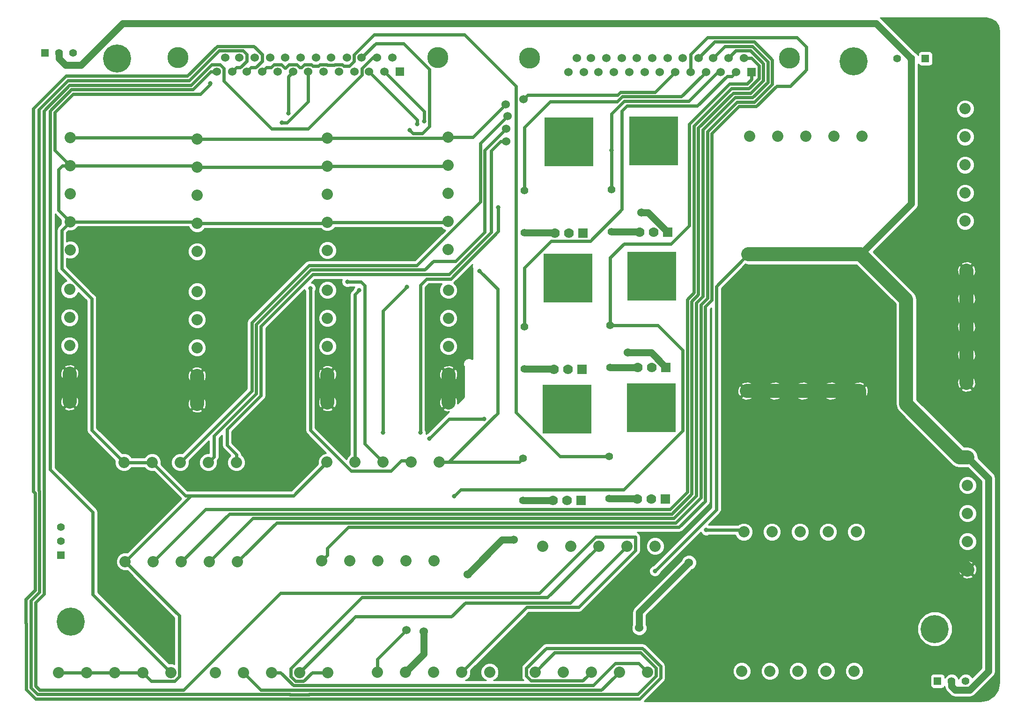
<source format=gbl>
G04 #@! TF.FileFunction,Copper,L2,Bot,Signal*
%FSLAX46Y46*%
G04 Gerber Fmt 4.6, Leading zero omitted, Abs format (unit mm)*
G04 Created by KiCad (PCBNEW 4.0.4-stable) date Fri Sep  1 12:38:30 2017*
%MOMM*%
%LPD*%
G01*
G04 APERTURE LIST*
%ADD10C,0.100000*%
%ADD11R,1.778000X1.778000*%
%ADD12C,1.778000*%
%ADD13R,8.890000X8.890000*%
%ADD14C,3.810000*%
%ADD15C,1.524000*%
%ADD16R,1.524000X1.524000*%
%ADD17R,1.397000X1.397000*%
%ADD18C,1.397000*%
%ADD19C,2.032000*%
%ADD20C,5.080000*%
%ADD21C,0.825500*%
%ADD22C,0.558800*%
%ADD23C,1.270000*%
%ADD24C,2.540000*%
%ADD25C,0.254000*%
G04 APERTURE END LIST*
D10*
D11*
X250322080Y-89471500D03*
D12*
X245242080Y-89471500D03*
X247782080Y-89471500D03*
D13*
X247782080Y-72961500D03*
D14*
X208805780Y-57919620D03*
X161815780Y-57919620D03*
D15*
X168800780Y-60459620D03*
X171594780Y-60459620D03*
X174261780Y-60459620D03*
X177055780Y-60459620D03*
X179849780Y-60459620D03*
X182643780Y-60459620D03*
X185310780Y-60459620D03*
X188104780Y-60459620D03*
X190898780Y-60459620D03*
X193692780Y-60459620D03*
X196359780Y-60459620D03*
X199153780Y-60459620D03*
D16*
X201947780Y-60459620D03*
D15*
X170375580Y-57919620D03*
X172915580Y-57919620D03*
X175709580Y-57919620D03*
X178452780Y-57919620D03*
X181195980Y-57919620D03*
X183989980Y-57919620D03*
X186733180Y-57919620D03*
X189476380Y-57919620D03*
X192321180Y-57919620D03*
X195013580Y-57919620D03*
X197756780Y-57919620D03*
X200550780Y-57919620D03*
D14*
X272381980Y-57945020D03*
X225391980Y-57945020D03*
D15*
X232376980Y-60485020D03*
X235170980Y-60485020D03*
X237837980Y-60485020D03*
X240631980Y-60485020D03*
X243425980Y-60485020D03*
X246219980Y-60485020D03*
X248886980Y-60485020D03*
X251680980Y-60485020D03*
X254474980Y-60485020D03*
X257268980Y-60485020D03*
X259935980Y-60485020D03*
X262729980Y-60485020D03*
D16*
X265523980Y-60485020D03*
D15*
X233951780Y-57945020D03*
X236491780Y-57945020D03*
X239285780Y-57945020D03*
X242028980Y-57945020D03*
X244772180Y-57945020D03*
X247566180Y-57945020D03*
X250309380Y-57945020D03*
X253052580Y-57945020D03*
X255897380Y-57945020D03*
X258589780Y-57945020D03*
X261332980Y-57945020D03*
X264126980Y-57945020D03*
D17*
X137750000Y-57060000D03*
D18*
X140290000Y-57060000D03*
X142830000Y-57060000D03*
D17*
X296951400Y-58059320D03*
D18*
X294411400Y-58059320D03*
X291871400Y-58059320D03*
D17*
X140640000Y-147920000D03*
D18*
X140640000Y-145380000D03*
X140640000Y-142840000D03*
D17*
X299150000Y-170640000D03*
D18*
X301690000Y-170640000D03*
X304230000Y-170640000D03*
D19*
X264949580Y-93441760D03*
X270029580Y-93441760D03*
X275109580Y-93441760D03*
X280189580Y-93441760D03*
X285269580Y-93441760D03*
X264640320Y-118163780D03*
X269720320Y-118163780D03*
X274800320Y-118163780D03*
X279880320Y-118163780D03*
X284960320Y-118163780D03*
X264104800Y-143671720D03*
X269184800Y-143671720D03*
X274264800Y-143671720D03*
X279344800Y-143671720D03*
X284424800Y-143671720D03*
X263728900Y-168838660D03*
X268808900Y-168838660D03*
X273888900Y-168838660D03*
X278968900Y-168838660D03*
X284048900Y-168838660D03*
X160489000Y-169102540D03*
X155409000Y-169102540D03*
X150329000Y-169102540D03*
X145249000Y-169102540D03*
X140169000Y-169102540D03*
X142187880Y-99792860D03*
X142187880Y-104872860D03*
X142187880Y-109952860D03*
X142187880Y-115032860D03*
X142187880Y-120112860D03*
X188848100Y-169089840D03*
X183768100Y-169089840D03*
X178688100Y-169089840D03*
X173608100Y-169089840D03*
X168528100Y-169089840D03*
X142297100Y-72327840D03*
X142297100Y-77407840D03*
X142297100Y-82487840D03*
X142297100Y-87567840D03*
X142297100Y-92647840D03*
X218171440Y-169033640D03*
X213091440Y-169033640D03*
X208011440Y-169033640D03*
X202931440Y-169033640D03*
X197851440Y-169033640D03*
X165228220Y-100183680D03*
X165228220Y-105263680D03*
X165228220Y-110343680D03*
X165228220Y-115423680D03*
X165228220Y-120503680D03*
X246672780Y-169018400D03*
X241592780Y-169018400D03*
X236512780Y-169018400D03*
X231432780Y-169018400D03*
X226352780Y-169018400D03*
X165228220Y-72617060D03*
X165228220Y-77697060D03*
X165228220Y-82777060D03*
X165228220Y-87857060D03*
X165228220Y-92937060D03*
X209053280Y-131058280D03*
X203973280Y-131058280D03*
X198893280Y-131058280D03*
X193813280Y-131058280D03*
X188733280Y-131058280D03*
X188825000Y-99925600D03*
X188825000Y-105005600D03*
X188825000Y-110085600D03*
X188825000Y-115165600D03*
X188825000Y-120245600D03*
X172351520Y-131101640D03*
X167271520Y-131101640D03*
X162191520Y-131101640D03*
X157111520Y-131101640D03*
X152031520Y-131101640D03*
X188825000Y-72437720D03*
X188825000Y-77517720D03*
X188825000Y-82597720D03*
X188825000Y-87677720D03*
X188825000Y-92757720D03*
X208098480Y-148898600D03*
X203018480Y-148898600D03*
X197938480Y-148898600D03*
X192858480Y-148898600D03*
X187778480Y-148898600D03*
X172573240Y-149052720D03*
X167493240Y-149052720D03*
X162413240Y-149052720D03*
X157333240Y-149052720D03*
X152253240Y-149052720D03*
X210690320Y-99948640D03*
X210690320Y-105028640D03*
X210690320Y-110108640D03*
X210690320Y-115188640D03*
X210690320Y-120268640D03*
X210647140Y-72282960D03*
X210647140Y-77362960D03*
X210647140Y-82442960D03*
X210647140Y-87522960D03*
X210647140Y-92602960D03*
X227744420Y-146258920D03*
X232824420Y-146258920D03*
X237904420Y-146258920D03*
X242984420Y-146258920D03*
X248064420Y-146258920D03*
X265199220Y-72088400D03*
X270279220Y-72088400D03*
X275359220Y-72088400D03*
X280439220Y-72088400D03*
X285519220Y-72088400D03*
X304370740Y-116718080D03*
X304370740Y-111638080D03*
X304370740Y-106558080D03*
X304370740Y-101478080D03*
X304370740Y-96398080D03*
X304114200Y-87457280D03*
X304114200Y-82377280D03*
X304114200Y-77297280D03*
X304114200Y-72217280D03*
X304114200Y-67137280D03*
X304555740Y-150495800D03*
X304555740Y-145415800D03*
X304555740Y-140335800D03*
X304555740Y-135255800D03*
X304555740Y-130175800D03*
D18*
X224426780Y-89578180D03*
X224426780Y-81958180D03*
X240197640Y-89385140D03*
X240197640Y-81765140D03*
X224439480Y-114180620D03*
X224439480Y-106560620D03*
X239963960Y-113903760D03*
X239963960Y-106283760D03*
X224170240Y-137962640D03*
X224170240Y-130342640D03*
X239793780Y-137662920D03*
X239793780Y-130042920D03*
D11*
X235033820Y-89618820D03*
D12*
X229953820Y-89618820D03*
X232493820Y-89618820D03*
D13*
X232493820Y-73108820D03*
D11*
X234833160Y-114259360D03*
D12*
X229753160Y-114259360D03*
X232293160Y-114259360D03*
D13*
X232293160Y-97749360D03*
D11*
X250022360Y-113919000D03*
D12*
X244942360Y-113919000D03*
X247482360Y-113919000D03*
D13*
X247482360Y-97409000D03*
D11*
X234665520Y-137985500D03*
D12*
X229585520Y-137985500D03*
X232125520Y-137985500D03*
D13*
X232125520Y-121475500D03*
D11*
X249887740Y-137744200D03*
D12*
X244807740Y-137744200D03*
X247347740Y-137744200D03*
D13*
X247347740Y-121234200D03*
D20*
X150779480Y-58028840D03*
X283916120Y-58595260D03*
X142380000Y-159870000D03*
X298640500Y-161216340D03*
D21*
X216350000Y-96500000D03*
D15*
X224290000Y-65390000D03*
X221050000Y-66380000D03*
D21*
X181760000Y-67970000D03*
X192410000Y-98410000D03*
X180590000Y-69640000D03*
X185710000Y-99600000D03*
X205070000Y-69870000D03*
X206330000Y-69400000D03*
X167600000Y-62520000D03*
D15*
X245220000Y-161030000D03*
X254190000Y-149200000D03*
X245640000Y-85930000D03*
X243170000Y-111240000D03*
D21*
X194520000Y-99990000D03*
X203690000Y-71020000D03*
D15*
X221350000Y-68460000D03*
X221150000Y-70780000D03*
X221150000Y-73060000D03*
D21*
X203200000Y-99350000D03*
X198840000Y-125670000D03*
X240197640Y-74670000D03*
X219730000Y-84980000D03*
X205600000Y-125700000D03*
X217120000Y-123270000D03*
X207210000Y-126840000D03*
X211775000Y-137225000D03*
X257300000Y-143320000D03*
D15*
X203120000Y-161400000D03*
D21*
X248020000Y-150750000D03*
D15*
X206250000Y-161670000D03*
X214180000Y-151340000D03*
X222500000Y-145110000D03*
D22*
X168800780Y-60459620D02*
X167723150Y-60459620D01*
X164522770Y-63660000D02*
X142520000Y-63660000D01*
X167723150Y-60459620D02*
X164522770Y-63660000D01*
X142520000Y-63660000D02*
X138690000Y-67490000D01*
X146370000Y-154983540D02*
X160489000Y-169102540D01*
X138690000Y-67490000D02*
X138690000Y-132410000D01*
X138690000Y-132410000D02*
X146370000Y-140090000D01*
X146370000Y-140090000D02*
X146370000Y-154983540D01*
X245460303Y-165512811D02*
X229858369Y-165512811D01*
X135202811Y-156099067D02*
X135202811Y-171862295D01*
X135202811Y-171862295D02*
X136407705Y-173067189D01*
X136752810Y-154549068D02*
X135202811Y-156099067D01*
X163849419Y-62034381D02*
X141846649Y-62034381D01*
X173537374Y-56624220D02*
X169259580Y-56624220D01*
X248222181Y-169762111D02*
X248222181Y-168274689D01*
X182014358Y-173077672D02*
X185521846Y-173077672D01*
X136630000Y-136170512D02*
X136752811Y-136293323D01*
X185532329Y-173067189D02*
X244917103Y-173067189D01*
X136407705Y-173067189D02*
X182003876Y-173067190D01*
X136752811Y-136293323D02*
X136752810Y-154549068D01*
X169259580Y-56624220D02*
X163849419Y-62034381D01*
X229858369Y-165512811D02*
X227368779Y-168002401D01*
X136630000Y-67251030D02*
X136630000Y-136170512D01*
X174210981Y-58541413D02*
X174210981Y-57297827D01*
X171594780Y-60459620D02*
X172356779Y-59697621D01*
X173054773Y-59697621D02*
X174210981Y-58541413D01*
X182003876Y-173067190D02*
X182014358Y-173077672D01*
X227368779Y-168002401D02*
X226352780Y-169018400D01*
X185521846Y-173077672D02*
X185532329Y-173067189D01*
X172356779Y-59697621D02*
X173054773Y-59697621D01*
X244917103Y-173067189D02*
X248222181Y-169762111D01*
X141846649Y-62034381D02*
X136630000Y-67251030D01*
X174210981Y-57297827D02*
X173537374Y-56624220D01*
X248222181Y-168274689D02*
X245460303Y-165512811D01*
X177004981Y-58541413D02*
X177004981Y-57297827D01*
X175023779Y-59697621D02*
X175848773Y-59697621D01*
X134390001Y-172198973D02*
X136071028Y-173880000D01*
X224803379Y-169762113D02*
X225609067Y-170567801D01*
X163512742Y-61221570D02*
X141509971Y-61221571D01*
X185858524Y-173890482D02*
X185869006Y-173880000D01*
X181667198Y-173880000D02*
X181677681Y-173890483D01*
X245253781Y-173879999D02*
X249034992Y-170098788D01*
X177004981Y-57297827D02*
X175518563Y-55811409D01*
X228378066Y-164700000D02*
X224803379Y-168274687D01*
X249034991Y-167938011D02*
X245796980Y-164700000D01*
X134300977Y-155851413D02*
X134300978Y-160148588D01*
X134300978Y-160148588D02*
X134390000Y-160237610D01*
X134390000Y-160237610D02*
X134390001Y-172198973D01*
X249034992Y-170098788D02*
X249034991Y-167938011D01*
X136071028Y-173880000D02*
X181667198Y-173880000D01*
X174261780Y-60459620D02*
X175023779Y-59697621D01*
X135640000Y-67091542D02*
X135640000Y-136330000D01*
X181677681Y-173890483D02*
X185858524Y-173890482D01*
X175848773Y-59697621D02*
X177004981Y-58541413D01*
X175518563Y-55811409D02*
X168922902Y-55811410D01*
X168922902Y-55811410D02*
X163512742Y-61221570D01*
X141509971Y-61221571D02*
X135640000Y-67091542D01*
X135640000Y-136330000D02*
X135940000Y-136630000D01*
X135940000Y-136630000D02*
X135940000Y-154212390D01*
X135940000Y-154212390D02*
X134300977Y-155851413D01*
X185869006Y-173880000D02*
X245253781Y-173879999D01*
X245796980Y-164700000D02*
X228378066Y-164700000D01*
X224803379Y-168274687D02*
X224803379Y-169762113D01*
X225609067Y-170567801D02*
X234963379Y-170567801D01*
X234963379Y-170567801D02*
X235496781Y-170034399D01*
X235496781Y-170034399D02*
X236512780Y-169018400D01*
X239793780Y-130042920D02*
X230842818Y-130042920D01*
X193616581Y-57399425D02*
X193616581Y-58541413D01*
X222890000Y-122090102D02*
X222890000Y-63010000D01*
X230842818Y-130042920D02*
X222890000Y-122090102D01*
X191726354Y-59370000D02*
X191520573Y-59164219D01*
X181057354Y-59750000D02*
X180471573Y-59164219D01*
X191520573Y-59164219D02*
X190148975Y-59164219D01*
X222890000Y-63010000D02*
X213620000Y-53740000D01*
X213620000Y-53740000D02*
X197276006Y-53740000D01*
X197276006Y-53740000D02*
X193616581Y-57399425D01*
X180471573Y-59164219D02*
X179125375Y-59164219D01*
X193616581Y-58541413D02*
X192787994Y-59370000D01*
X192787994Y-59370000D02*
X191726354Y-59370000D01*
X186138354Y-59370000D02*
X185932573Y-59164219D01*
X178591973Y-59697621D02*
X177817779Y-59697621D01*
X188812354Y-59250000D02*
X188726573Y-59164219D01*
X190148975Y-59164219D02*
X190063194Y-59250000D01*
X184662575Y-59164219D02*
X184136794Y-59690000D01*
X190063194Y-59250000D02*
X188812354Y-59250000D01*
X188726573Y-59164219D02*
X187405775Y-59164219D01*
X187199994Y-59370000D02*
X186138354Y-59370000D01*
X184136794Y-59690000D02*
X183791354Y-59690000D01*
X187405775Y-59164219D02*
X187199994Y-59370000D01*
X185932573Y-59164219D02*
X184662575Y-59164219D01*
X183791354Y-59690000D02*
X183265573Y-59164219D01*
X183265573Y-59164219D02*
X181868575Y-59164219D01*
X181868575Y-59164219D02*
X181282794Y-59750000D01*
X181282794Y-59750000D02*
X181057354Y-59750000D01*
X179125375Y-59164219D02*
X178591973Y-59697621D01*
X177817779Y-59697621D02*
X177055780Y-60459620D01*
X219576151Y-122214153D02*
X219576151Y-99726151D01*
X209053280Y-131058280D02*
X210732024Y-131058280D01*
X210732024Y-131058280D02*
X219576151Y-122214153D01*
X216762749Y-96912749D02*
X216350000Y-96500000D01*
X219576151Y-99726151D02*
X216762749Y-96912749D01*
X209053280Y-131058280D02*
X223454600Y-131058280D01*
X223471741Y-131041139D02*
X224170240Y-130342640D01*
X223454600Y-131058280D02*
X223471741Y-131041139D01*
X241786647Y-64124379D02*
X248041621Y-64124379D01*
X248041621Y-64124379D02*
X251680980Y-60485020D01*
X224290000Y-65390000D02*
X225051999Y-64628001D01*
X225051999Y-64628001D02*
X241283025Y-64628001D01*
X241283025Y-64628001D02*
X241786647Y-64124379D01*
X210647140Y-72282960D02*
X215147040Y-72282960D01*
X215147040Y-72282960D02*
X221050000Y-66380000D01*
X188825000Y-72437720D02*
X210492380Y-72437720D01*
X210492380Y-72437720D02*
X210647140Y-72282960D01*
X165228220Y-72617060D02*
X188645660Y-72617060D01*
X188645660Y-72617060D02*
X188825000Y-72437720D01*
X142297100Y-72327840D02*
X164939000Y-72327840D01*
X164939000Y-72327840D02*
X165228220Y-72617060D01*
X198893280Y-131058280D02*
X195540000Y-127705000D01*
X195540000Y-127705000D02*
X195540000Y-99092806D01*
X195540000Y-99092806D02*
X194857194Y-98410000D01*
X194857194Y-98410000D02*
X192410000Y-98410000D01*
X181760000Y-67970000D02*
X181760000Y-61343400D01*
X181760000Y-61343400D02*
X182643780Y-60459620D01*
X180590000Y-69640000D02*
X181490304Y-69640000D01*
X181490304Y-69640000D02*
X185310780Y-65819524D01*
X185310780Y-65819524D02*
X185310780Y-61537250D01*
X185310780Y-61537250D02*
X185310780Y-60459620D01*
X203973280Y-131058280D02*
X203675000Y-130760000D01*
X203675000Y-130760000D02*
X202180000Y-130760000D01*
X202180000Y-130760000D02*
X200332319Y-132607681D01*
X200332319Y-132607681D02*
X193069567Y-132607681D01*
X193069567Y-132607681D02*
X185710000Y-125248114D01*
X185710000Y-125248114D02*
X185710000Y-99600000D01*
X205070000Y-69870000D02*
X205070000Y-69169840D01*
X205070000Y-69169840D02*
X196359780Y-60459620D01*
X206330000Y-69400000D02*
X206330000Y-67635840D01*
X206330000Y-67635840D02*
X199153780Y-60459620D01*
X165807190Y-64472810D02*
X167600000Y-62680000D01*
X167600000Y-62680000D02*
X167600000Y-62520000D01*
X142297100Y-77407840D02*
X139520000Y-74630740D01*
X139520000Y-74630740D02*
X139520000Y-67809486D01*
X142856676Y-64472810D02*
X165807190Y-64472810D01*
X139520000Y-67809486D02*
X142856676Y-64472810D01*
X157111520Y-131101640D02*
X163129880Y-137120000D01*
X163129880Y-137120000D02*
X164185960Y-137120000D01*
X145249000Y-169102540D02*
X140169000Y-169102540D01*
X150329000Y-169102540D02*
X145249000Y-169102540D01*
X155409000Y-169102540D02*
X150329000Y-169102540D01*
D23*
X254190000Y-149200000D02*
X245220000Y-158170000D01*
X245220000Y-158170000D02*
X245220000Y-161030000D01*
X245640000Y-85930000D02*
X246780580Y-85930000D01*
X246780580Y-85930000D02*
X250322080Y-89471500D01*
D22*
X152253240Y-149052720D02*
X162038401Y-158837881D01*
X161232713Y-170651941D02*
X156958401Y-170651941D01*
X156424999Y-170118539D02*
X155409000Y-169102540D01*
X162038401Y-158837881D02*
X162038401Y-169846253D01*
X162038401Y-169846253D02*
X161232713Y-170651941D01*
X156958401Y-170651941D02*
X156424999Y-170118539D01*
X188733280Y-131058280D02*
X182671560Y-137120000D01*
X182671560Y-137120000D02*
X164185960Y-137120000D01*
X164185960Y-137120000D02*
X153269239Y-148036721D01*
X153269239Y-148036721D02*
X152253240Y-149052720D01*
X152031520Y-131101640D02*
X157111520Y-131101640D01*
X146170000Y-101481866D02*
X146170000Y-125240120D01*
X146170000Y-125240120D02*
X152031520Y-131101640D01*
X142297100Y-87567840D02*
X140747699Y-89117241D01*
X140747699Y-89117241D02*
X140747699Y-96059565D01*
X140747699Y-96059565D02*
X146170000Y-101481866D01*
X140170000Y-78098100D02*
X140170000Y-85440740D01*
X140170000Y-85440740D02*
X142297100Y-87567840D01*
X142297100Y-77407840D02*
X140860260Y-77407840D01*
X140860260Y-77407840D02*
X140170000Y-78098100D01*
X188825000Y-87677720D02*
X210492380Y-87677720D01*
X210492380Y-87677720D02*
X210647140Y-87522960D01*
X165228220Y-87857060D02*
X188645660Y-87857060D01*
X188645660Y-87857060D02*
X188825000Y-87677720D01*
X142297100Y-87567840D02*
X164939000Y-87567840D01*
X164939000Y-87567840D02*
X165228220Y-87857060D01*
X188825000Y-77517720D02*
X210492380Y-77517720D01*
X210492380Y-77517720D02*
X210647140Y-77362960D01*
X165228220Y-77697060D02*
X188645660Y-77697060D01*
X188645660Y-77697060D02*
X188825000Y-77517720D01*
X142297100Y-77407840D02*
X164939000Y-77407840D01*
X164939000Y-77407840D02*
X165228220Y-77697060D01*
D23*
X243170000Y-111240000D02*
X247343360Y-111240000D01*
X247343360Y-111240000D02*
X250022360Y-113919000D01*
D22*
X202590000Y-55312674D02*
X197620526Y-55312674D01*
X197620526Y-55312674D02*
X195013580Y-57919620D01*
X205985090Y-71624910D02*
X207276151Y-70333849D01*
X207276151Y-59998825D02*
X202590000Y-55312674D01*
X207276151Y-70333849D02*
X207276151Y-59998825D01*
X203690000Y-71020000D02*
X204294910Y-71624910D01*
X204294910Y-71624910D02*
X205985090Y-71624910D01*
X193813280Y-131058280D02*
X193813280Y-100696720D01*
X193813280Y-100696720D02*
X194520000Y-99990000D01*
X213091440Y-169033640D02*
X224832270Y-157292810D01*
X169422573Y-59164219D02*
X170096181Y-59837827D01*
X195064379Y-59837827D02*
X196982586Y-57919620D01*
X227143036Y-154727190D02*
X180322810Y-154727190D01*
X224832270Y-157292810D02*
X234243644Y-157292810D01*
X234243644Y-157292810D02*
X244533821Y-147002633D01*
X136015622Y-171525618D02*
X136015622Y-156435742D01*
X244533821Y-147002633D02*
X244533821Y-144593821D01*
X244533821Y-144593821D02*
X237276405Y-144593821D01*
X136015622Y-156435742D02*
X137565620Y-154885744D01*
X237276405Y-144593821D02*
X227143036Y-154727190D01*
X180322810Y-154727190D02*
X162795622Y-172254378D01*
X164186096Y-62847192D02*
X167869069Y-59164219D01*
X137530000Y-67500518D02*
X142183326Y-62847192D01*
X162795622Y-172254378D02*
X136744382Y-172254378D01*
X185289594Y-70780000D02*
X195064379Y-61005215D01*
X136744382Y-172254378D02*
X136015622Y-171525618D01*
X137565620Y-154885744D02*
X137565621Y-135956645D01*
X137565621Y-135956645D02*
X137530000Y-135921024D01*
X137530000Y-135921024D02*
X137530000Y-67500518D01*
X142183326Y-62847192D02*
X164186096Y-62847192D01*
X178760000Y-70780000D02*
X185289594Y-70780000D01*
X167869069Y-59164219D02*
X169422573Y-59164219D01*
X196982586Y-57919620D02*
X197756780Y-57919620D01*
X170096181Y-59837827D02*
X170096181Y-62116181D01*
X170096181Y-62116181D02*
X178760000Y-70780000D01*
X195064379Y-61005215D02*
X195064379Y-59837827D01*
X162191520Y-131101640D02*
X175140000Y-118153160D01*
X175140000Y-105790000D02*
X185470000Y-95460000D01*
X175140000Y-118153160D02*
X175140000Y-105790000D01*
X185470000Y-95460000D02*
X205003214Y-95460000D01*
X205003214Y-95460000D02*
X216470000Y-83993214D01*
X216470000Y-73340000D02*
X221350000Y-68460000D01*
X216470000Y-83993214D02*
X216470000Y-73340000D01*
X217282810Y-84329890D02*
X217282810Y-74647190D01*
X217282810Y-74647190D02*
X221150000Y-70780000D01*
X212020000Y-94690000D02*
X217282810Y-89427190D01*
X217282810Y-89427190D02*
X217282810Y-84329890D01*
X206397190Y-96272810D02*
X207980000Y-94690000D01*
X207980000Y-94690000D02*
X212020000Y-94690000D01*
X175952810Y-106126676D02*
X185806676Y-96272810D01*
X185806676Y-96272810D02*
X206397190Y-96272810D01*
X175952810Y-118489836D02*
X175952810Y-106126676D01*
X168287519Y-126312481D02*
X175952810Y-118647190D01*
X175952810Y-118647190D02*
X175952810Y-118489836D01*
X167271520Y-131101640D02*
X168287519Y-130085641D01*
X168287519Y-130085641D02*
X168287519Y-126312481D01*
X218420000Y-74740000D02*
X220100000Y-73060000D01*
X220100000Y-73060000D02*
X221150000Y-73060000D01*
X186143352Y-97085620D02*
X210773866Y-97085620D01*
X210773866Y-97085620D02*
X218420000Y-89439486D01*
X218420000Y-89439486D02*
X218420000Y-74740000D01*
X176765620Y-106463352D02*
X186143352Y-97085620D01*
X176765620Y-118826512D02*
X176765620Y-106463352D01*
X170640000Y-125109486D02*
X176765620Y-118983866D01*
X176765620Y-118983866D02*
X176765620Y-118826512D01*
X172351520Y-131101640D02*
X172351520Y-129664800D01*
X172351520Y-129664800D02*
X170640000Y-127953280D01*
X170640000Y-127953280D02*
X170640000Y-125109486D01*
X187778480Y-148898600D02*
X188794479Y-147882601D01*
X258314050Y-71613894D02*
X263206704Y-66721240D01*
X188794479Y-147882601D02*
X188794479Y-146625521D01*
X273721189Y-54211189D02*
X257558811Y-54211189D01*
X272489555Y-63020445D02*
X275410000Y-60100000D01*
X270070621Y-63020445D02*
X272489555Y-63020445D01*
X188794479Y-146625521D02*
X192588760Y-142831240D01*
X192588760Y-142831240D02*
X252401240Y-142831240D01*
X258314050Y-101764408D02*
X258314050Y-71613894D01*
X252401240Y-142831240D02*
X257131240Y-138101240D01*
X257131240Y-138101240D02*
X257131240Y-102947218D01*
X257131240Y-102947218D02*
X258314050Y-101764408D01*
X263206704Y-66721240D02*
X266369826Y-66721240D01*
X275410000Y-55900000D02*
X273721189Y-54211189D01*
X266369826Y-66721240D02*
X270070621Y-63020445D01*
X275410000Y-60100000D02*
X275410000Y-55900000D01*
X257558811Y-54211189D02*
X254474980Y-57295020D01*
X254474980Y-57295020D02*
X254474980Y-59407390D01*
X254474980Y-59407390D02*
X254474980Y-60485020D01*
X198840000Y-125670000D02*
X198840000Y-103710000D01*
X198840000Y-103710000D02*
X203200000Y-99350000D01*
X224426780Y-81958180D02*
X224426780Y-70493220D01*
X224426780Y-70493220D02*
X229090000Y-65830000D01*
X229090000Y-65830000D02*
X241230512Y-65830000D01*
X241230512Y-65830000D02*
X242123323Y-64937189D01*
X242123323Y-64937189D02*
X252816811Y-64937189D01*
X252816811Y-64937189D02*
X256506981Y-61247019D01*
X256506981Y-61247019D02*
X257268980Y-60485020D01*
X240197640Y-81765140D02*
X240197640Y-74670000D01*
X240197640Y-74670000D02*
X240197640Y-68012360D01*
X205600000Y-125700000D02*
X205600000Y-99060000D01*
X205600000Y-99060000D02*
X206761570Y-97898430D01*
X206761570Y-97898430D02*
X211110542Y-97898430D01*
X211110542Y-97898430D02*
X219730000Y-89278972D01*
X219730000Y-89278972D02*
X219730000Y-84980000D01*
X259414980Y-60485020D02*
X259935980Y-60485020D01*
X240197640Y-68012360D02*
X242460000Y-65750000D01*
X242460000Y-65750000D02*
X254150000Y-65750000D01*
X254150000Y-65750000D02*
X259414980Y-60485020D01*
X216536284Y-123270000D02*
X217120000Y-123270000D01*
X210780000Y-123270000D02*
X216536284Y-123270000D01*
X207210000Y-126840000D02*
X210780000Y-123270000D01*
X243000000Y-66620000D02*
X255718194Y-66620000D01*
X255718194Y-66620000D02*
X261091175Y-61247019D01*
X261091175Y-61247019D02*
X261967981Y-61247019D01*
X261967981Y-61247019D02*
X262729980Y-60485020D01*
X242070000Y-67550000D02*
X243000000Y-66620000D01*
X224439480Y-106560620D02*
X224439480Y-95872808D01*
X224439480Y-95872808D02*
X229271067Y-91041221D01*
X242070000Y-85320762D02*
X242070000Y-67550000D01*
X229271067Y-91041221D02*
X236349541Y-91041221D01*
X236349541Y-91041221D02*
X242070000Y-85320762D01*
X242394811Y-136037251D02*
X212962749Y-136037251D01*
X253067190Y-125364872D02*
X242394811Y-136037251D01*
X253067190Y-110807190D02*
X253067190Y-125364872D01*
X212187749Y-136812251D02*
X211775000Y-137225000D01*
X248543760Y-106283760D02*
X253067190Y-110807190D01*
X239963960Y-106283760D02*
X248543760Y-106283760D01*
X212962749Y-136037251D02*
X212187749Y-136812251D01*
X261500000Y-62630000D02*
X264699800Y-62630000D01*
X264699800Y-62630000D02*
X265523980Y-61805820D01*
X265523980Y-61805820D02*
X265523980Y-60485020D01*
X254250000Y-69880000D02*
X261500000Y-62630000D01*
X254250000Y-88281702D02*
X254250000Y-69880000D01*
X242440000Y-91570000D02*
X250961702Y-91570000D01*
X250961702Y-91570000D02*
X254250000Y-88281702D01*
X239963960Y-94046040D02*
X242440000Y-91570000D01*
X239963960Y-106283760D02*
X239963960Y-94046040D01*
X255897380Y-57945020D02*
X258818401Y-55023999D01*
X269257811Y-58286271D02*
X269257811Y-62683769D01*
X266033150Y-65908430D02*
X262870028Y-65908430D01*
X256318430Y-102610542D02*
X256318430Y-137500090D01*
X256318430Y-137500090D02*
X251800090Y-142018430D01*
X258818401Y-55023999D02*
X265995539Y-55023999D01*
X265995539Y-55023999D02*
X269257811Y-58286271D01*
X269257811Y-62683769D02*
X266033150Y-65908430D01*
X179607530Y-142018430D02*
X173589239Y-148036721D01*
X262870028Y-65908430D02*
X257501240Y-71277218D01*
X257501240Y-71277218D02*
X257501240Y-101427732D01*
X257501240Y-101427732D02*
X256318430Y-102610542D01*
X251800090Y-142018430D02*
X179607530Y-142018430D01*
X173589239Y-148036721D02*
X172573240Y-149052720D01*
X251463414Y-141205620D02*
X175340340Y-141205620D01*
X175340340Y-141205620D02*
X167493240Y-149052720D01*
X255492810Y-102286676D02*
X255492810Y-102893326D01*
X255492810Y-102893326D02*
X255505620Y-102906136D01*
X255505620Y-102906136D02*
X255505620Y-137163414D01*
X255505620Y-137163414D02*
X251463414Y-141205620D01*
X256688430Y-70940542D02*
X256688430Y-101091056D01*
X256688430Y-101091056D02*
X255492810Y-102286676D01*
X262533352Y-65095620D02*
X256688430Y-70940542D01*
X265696474Y-65095620D02*
X262533352Y-65095620D01*
X258589780Y-57945020D02*
X260697991Y-55836809D01*
X260697991Y-55836809D02*
X265658863Y-55836809D01*
X268445001Y-62347093D02*
X265696474Y-65095620D01*
X265658863Y-55836809D02*
X268445001Y-58622947D01*
X268445001Y-58622947D02*
X268445001Y-62347093D01*
X261332980Y-57945020D02*
X262628381Y-56649619D01*
X262628381Y-56649619D02*
X265322187Y-56649619D01*
X267632191Y-58959623D02*
X267632191Y-62010417D01*
X255875620Y-100754380D02*
X254680000Y-101950000D01*
X254692810Y-103242812D02*
X254692810Y-136826738D01*
X265322187Y-56649619D02*
X267632191Y-58959623D01*
X255875620Y-70603866D02*
X255875620Y-100754380D01*
X267632191Y-62010417D02*
X265359798Y-64282810D01*
X265359798Y-64282810D02*
X262196676Y-64282810D01*
X251126738Y-140392810D02*
X171073150Y-140392810D01*
X262196676Y-64282810D02*
X255875620Y-70603866D01*
X254680000Y-101950000D02*
X254680000Y-103230002D01*
X254680000Y-103230002D02*
X254692810Y-103242812D01*
X254692810Y-136826738D02*
X251126738Y-140392810D01*
X171073150Y-140392810D02*
X162413240Y-149052720D01*
X253880000Y-103579488D02*
X253880000Y-136490062D01*
X253867189Y-101613323D02*
X253867189Y-103566677D01*
X264126980Y-57945020D02*
X265468100Y-57945020D01*
X250790062Y-139580000D02*
X166805960Y-139580000D01*
X261859998Y-63470000D02*
X255062809Y-70267189D01*
X255062809Y-100417703D02*
X253867189Y-101613323D01*
X158349239Y-148036721D02*
X157333240Y-149052720D01*
X265023121Y-63469999D02*
X261859998Y-63470000D01*
X266819380Y-59296300D02*
X266819380Y-61673740D01*
X166805960Y-139580000D02*
X158349239Y-148036721D01*
X255062809Y-70267189D02*
X255062809Y-100417703D01*
X265468100Y-57945020D02*
X266819380Y-59296300D01*
X253880000Y-136490062D02*
X250790062Y-139580000D01*
X266819380Y-61673740D02*
X265023121Y-63469999D01*
X253867189Y-103566677D02*
X253880000Y-103579488D01*
X257300000Y-143320000D02*
X263753080Y-143320000D01*
X263753080Y-143320000D02*
X264104800Y-143671720D01*
X197851440Y-169033640D02*
X197851440Y-166668560D01*
X197851440Y-166668560D02*
X203120000Y-161400000D01*
X248020000Y-150750000D02*
X259126858Y-139643142D01*
X259126858Y-139643142D02*
X259126858Y-99264482D01*
X259126858Y-99264482D02*
X263933581Y-94457759D01*
X263933581Y-94457759D02*
X264949580Y-93441760D01*
D23*
X140290000Y-57060000D02*
X140290000Y-58047828D01*
X140290000Y-58047828D02*
X141452172Y-59210000D01*
X141452172Y-59210000D02*
X144250000Y-59210000D01*
X288052080Y-51700000D02*
X293712901Y-57360821D01*
X293712901Y-57360821D02*
X294411400Y-58059320D01*
X144250000Y-59210000D02*
X151760000Y-51700000D01*
X151760000Y-51700000D02*
X288052080Y-51700000D01*
X301690000Y-170640000D02*
X301690000Y-171627828D01*
X301690000Y-171627828D02*
X302289673Y-172227501D01*
X302289673Y-172227501D02*
X304992001Y-172227501D01*
X304992001Y-172227501D02*
X308370000Y-168849502D01*
X308370000Y-168849502D02*
X308370000Y-133990060D01*
X308370000Y-133990060D02*
X304555740Y-130175800D01*
X294411400Y-58059320D02*
X294411400Y-84299940D01*
X294411400Y-84299940D02*
X285269580Y-93441760D01*
X206250000Y-161670000D02*
X206250000Y-165715080D01*
X206250000Y-165715080D02*
X202931440Y-169033640D01*
X222500000Y-145110000D02*
X220410000Y-145110000D01*
X220410000Y-145110000D02*
X214180000Y-151340000D01*
D24*
X270029580Y-93441760D02*
X264949580Y-93441760D01*
X275109580Y-93441760D02*
X270029580Y-93441760D01*
X280189580Y-93441760D02*
X275109580Y-93441760D01*
X285269580Y-93441760D02*
X280189580Y-93441760D01*
X293480000Y-120536900D02*
X293480000Y-101652180D01*
X293480000Y-101652180D02*
X285269580Y-93441760D01*
X304555740Y-130175800D02*
X303118900Y-130175800D01*
X303118900Y-130175800D02*
X293480000Y-120536900D01*
X304555740Y-150495800D02*
X284960320Y-130900380D01*
X284960320Y-130900380D02*
X284960320Y-118163780D01*
X279880320Y-118163780D02*
X284960320Y-118163780D01*
X274800320Y-118163780D02*
X279880320Y-118163780D01*
X269720320Y-118163780D02*
X274800320Y-118163780D01*
X264640320Y-118163780D02*
X269720320Y-118163780D01*
X304370740Y-111638080D02*
X304370740Y-116718080D01*
X304370740Y-106558080D02*
X304370740Y-111638080D01*
X304370740Y-101478080D02*
X304370740Y-106558080D01*
X304370740Y-96398080D02*
X304370740Y-101478080D01*
X210690320Y-115188640D02*
X210690320Y-120268640D01*
X188825000Y-115165600D02*
X188825000Y-120245600D01*
X165228220Y-115423680D02*
X165228220Y-120503680D01*
X142187880Y-115032860D02*
X142187880Y-120112860D01*
D22*
X228623340Y-155540000D02*
X236888421Y-147274919D01*
X188848100Y-169089840D02*
X186061214Y-169089840D01*
X236888421Y-147274919D02*
X237904420Y-146258920D01*
X186061214Y-169089840D02*
X184511813Y-170639241D01*
X182218699Y-168346127D02*
X195024826Y-155540000D01*
X184511813Y-170639241D02*
X183024387Y-170639241D01*
X195024826Y-155540000D02*
X228623340Y-155540000D01*
X183024387Y-170639241D02*
X182218699Y-169833553D01*
X182218699Y-169833553D02*
X182218699Y-168346127D01*
X213760000Y-156480000D02*
X232763340Y-156480000D01*
X232763340Y-156480000D02*
X242984420Y-146258920D01*
X211260000Y-158980000D02*
X213760000Y-156480000D01*
X183768100Y-169089840D02*
X193877940Y-158980000D01*
X193877940Y-158980000D02*
X211260000Y-158980000D01*
X245656781Y-168002401D02*
X246672780Y-169018400D01*
X240849067Y-167468999D02*
X245123379Y-167468999D01*
X236876499Y-171441567D02*
X240849067Y-167468999D01*
X184858975Y-171441567D02*
X236876499Y-171441567D01*
X184848490Y-171452052D02*
X184858975Y-171441567D01*
X180325498Y-169089840D02*
X182687710Y-171452052D01*
X178688100Y-169089840D02*
X180325498Y-169089840D01*
X245123379Y-167468999D02*
X245656781Y-168002401D01*
X182687710Y-171452052D02*
X184848490Y-171452052D01*
X185185168Y-172264862D02*
X185195652Y-172254378D01*
X238356802Y-172254378D02*
X240576781Y-170034399D01*
X185195652Y-172254378D02*
X238356802Y-172254378D01*
X176772638Y-172254378D02*
X182340548Y-172254378D01*
X173608100Y-169089840D02*
X176772638Y-172254378D01*
X182351033Y-172264863D02*
X185185168Y-172264862D01*
X240576781Y-170034399D02*
X241592780Y-169018400D01*
X182340548Y-172254378D02*
X182351033Y-172264863D01*
D23*
X224426780Y-89578180D02*
X229913180Y-89578180D01*
X229913180Y-89578180D02*
X229953820Y-89618820D01*
X240197640Y-89385140D02*
X245155720Y-89385140D01*
X245155720Y-89385140D02*
X245242080Y-89471500D01*
X224439480Y-114180620D02*
X229674420Y-114180620D01*
X229674420Y-114180620D02*
X229753160Y-114259360D01*
X239963960Y-113903760D02*
X244927120Y-113903760D01*
X244927120Y-113903760D02*
X244942360Y-113919000D01*
X224170240Y-137962640D02*
X229562660Y-137962640D01*
X229562660Y-137962640D02*
X229585520Y-137985500D01*
X239793780Y-137662920D02*
X244726460Y-137662920D01*
X244726460Y-137662920D02*
X244807740Y-137744200D01*
D25*
G36*
X308871023Y-50897167D02*
X309609439Y-51390561D01*
X310102833Y-52128977D01*
X310290000Y-53069931D01*
X310290000Y-170930069D01*
X310026712Y-172253705D01*
X309316546Y-173316546D01*
X308253707Y-174026712D01*
X306930069Y-174290000D01*
X246136936Y-174290000D01*
X249681571Y-170745366D01*
X249820360Y-170537652D01*
X249879787Y-170448714D01*
X249949392Y-170098788D01*
X249949392Y-169165623D01*
X262077614Y-169165623D01*
X262328434Y-169772655D01*
X262792463Y-170237494D01*
X263399055Y-170489373D01*
X264055863Y-170489946D01*
X264662895Y-170239126D01*
X265127734Y-169775097D01*
X265379613Y-169168505D01*
X265379615Y-169165623D01*
X267157614Y-169165623D01*
X267408434Y-169772655D01*
X267872463Y-170237494D01*
X268479055Y-170489373D01*
X269135863Y-170489946D01*
X269742895Y-170239126D01*
X270207734Y-169775097D01*
X270459613Y-169168505D01*
X270459615Y-169165623D01*
X272237614Y-169165623D01*
X272488434Y-169772655D01*
X272952463Y-170237494D01*
X273559055Y-170489373D01*
X274215863Y-170489946D01*
X274822895Y-170239126D01*
X275287734Y-169775097D01*
X275539613Y-169168505D01*
X275539615Y-169165623D01*
X277317614Y-169165623D01*
X277568434Y-169772655D01*
X278032463Y-170237494D01*
X278639055Y-170489373D01*
X279295863Y-170489946D01*
X279902895Y-170239126D01*
X280367734Y-169775097D01*
X280619613Y-169168505D01*
X280619615Y-169165623D01*
X282397614Y-169165623D01*
X282648434Y-169772655D01*
X283112463Y-170237494D01*
X283719055Y-170489373D01*
X284375863Y-170489946D01*
X284982895Y-170239126D01*
X285447734Y-169775097D01*
X285699613Y-169168505D01*
X285700186Y-168511697D01*
X285449366Y-167904665D01*
X284985337Y-167439826D01*
X284378745Y-167187947D01*
X283721937Y-167187374D01*
X283114905Y-167438194D01*
X282650066Y-167902223D01*
X282398187Y-168508815D01*
X282397614Y-169165623D01*
X280619615Y-169165623D01*
X280620186Y-168511697D01*
X280369366Y-167904665D01*
X279905337Y-167439826D01*
X279298745Y-167187947D01*
X278641937Y-167187374D01*
X278034905Y-167438194D01*
X277570066Y-167902223D01*
X277318187Y-168508815D01*
X277317614Y-169165623D01*
X275539615Y-169165623D01*
X275540186Y-168511697D01*
X275289366Y-167904665D01*
X274825337Y-167439826D01*
X274218745Y-167187947D01*
X273561937Y-167187374D01*
X272954905Y-167438194D01*
X272490066Y-167902223D01*
X272238187Y-168508815D01*
X272237614Y-169165623D01*
X270459615Y-169165623D01*
X270460186Y-168511697D01*
X270209366Y-167904665D01*
X269745337Y-167439826D01*
X269138745Y-167187947D01*
X268481937Y-167187374D01*
X267874905Y-167438194D01*
X267410066Y-167902223D01*
X267158187Y-168508815D01*
X267157614Y-169165623D01*
X265379615Y-169165623D01*
X265380186Y-168511697D01*
X265129366Y-167904665D01*
X264665337Y-167439826D01*
X264058745Y-167187947D01*
X263401937Y-167187374D01*
X262794905Y-167438194D01*
X262330066Y-167902223D01*
X262078187Y-168508815D01*
X262077614Y-169165623D01*
X249949392Y-169165623D01*
X249949391Y-167938011D01*
X249879786Y-167588085D01*
X249681569Y-167291433D01*
X246443557Y-164053421D01*
X246146906Y-163855205D01*
X245796980Y-163785600D01*
X228378066Y-163785600D01*
X228028140Y-163855205D01*
X227951514Y-163906405D01*
X227731488Y-164053421D01*
X224156801Y-167628109D01*
X223958584Y-167924761D01*
X223888979Y-168274687D01*
X223888979Y-169762113D01*
X223958584Y-170112039D01*
X224140520Y-170384325D01*
X224156801Y-170408691D01*
X224275277Y-170527167D01*
X218880210Y-170527167D01*
X219105435Y-170434106D01*
X219570274Y-169970077D01*
X219822153Y-169363485D01*
X219822726Y-168706677D01*
X219571906Y-168099645D01*
X219107877Y-167634806D01*
X218501285Y-167382927D01*
X217844477Y-167382354D01*
X217237445Y-167633174D01*
X216772606Y-168097203D01*
X216520727Y-168703795D01*
X216520154Y-169360603D01*
X216770974Y-169967635D01*
X217235003Y-170432474D01*
X217463049Y-170527167D01*
X213800210Y-170527167D01*
X214025435Y-170434106D01*
X214490274Y-169970077D01*
X214742153Y-169363485D01*
X214742726Y-168706677D01*
X214733613Y-168684623D01*
X222111575Y-161306661D01*
X243822758Y-161306661D01*
X244034990Y-161820303D01*
X244427630Y-162213629D01*
X244940900Y-162426757D01*
X245496661Y-162427242D01*
X246010303Y-162215010D01*
X246380843Y-161845116D01*
X295464950Y-161845116D01*
X295947296Y-163012483D01*
X296839659Y-163906405D01*
X298006183Y-164390788D01*
X299269276Y-164391890D01*
X300436643Y-163909544D01*
X301330565Y-163017181D01*
X301814948Y-161850657D01*
X301816050Y-160587564D01*
X301333704Y-159420197D01*
X300441341Y-158526275D01*
X299274817Y-158041892D01*
X298011724Y-158040790D01*
X296844357Y-158523136D01*
X295950435Y-159415499D01*
X295466052Y-160582023D01*
X295464950Y-161845116D01*
X246380843Y-161845116D01*
X246403629Y-161822370D01*
X246616757Y-161309100D01*
X246617242Y-160753339D01*
X246490000Y-160445389D01*
X246490000Y-158696052D01*
X253526144Y-151659907D01*
X303571238Y-151659907D01*
X303671860Y-151928422D01*
X304287382Y-152157616D01*
X304943759Y-152133814D01*
X305439620Y-151928422D01*
X305540242Y-151659907D01*
X304555740Y-150675405D01*
X303571238Y-151659907D01*
X253526144Y-151659907D01*
X254674817Y-150511234D01*
X254980303Y-150385010D01*
X255138146Y-150227442D01*
X302893924Y-150227442D01*
X302917726Y-150883819D01*
X303123118Y-151379680D01*
X303391633Y-151480302D01*
X304376135Y-150495800D01*
X304735345Y-150495800D01*
X305719847Y-151480302D01*
X305988362Y-151379680D01*
X306217556Y-150764158D01*
X306193754Y-150107781D01*
X305988362Y-149611920D01*
X305719847Y-149511298D01*
X304735345Y-150495800D01*
X304376135Y-150495800D01*
X303391633Y-149511298D01*
X303123118Y-149611920D01*
X302893924Y-150227442D01*
X255138146Y-150227442D01*
X255373629Y-149992370D01*
X255586757Y-149479100D01*
X255586885Y-149331693D01*
X303571238Y-149331693D01*
X304555740Y-150316195D01*
X305540242Y-149331693D01*
X305439620Y-149063178D01*
X304824098Y-148833984D01*
X304167721Y-148857786D01*
X303671860Y-149063178D01*
X303571238Y-149331693D01*
X255586885Y-149331693D01*
X255587242Y-148923339D01*
X255375010Y-148409697D01*
X254982370Y-148016371D01*
X254469100Y-147803243D01*
X253913339Y-147802758D01*
X253399697Y-148014990D01*
X253006371Y-148407630D01*
X252878592Y-148715357D01*
X244321974Y-157271974D01*
X244046673Y-157683992D01*
X243949999Y-158170000D01*
X243950000Y-158170005D01*
X243950000Y-160445635D01*
X243823243Y-160750900D01*
X243822758Y-161306661D01*
X222111575Y-161306661D01*
X225211026Y-158207210D01*
X234243644Y-158207210D01*
X234593570Y-158137605D01*
X234890222Y-157939388D01*
X245180400Y-147649211D01*
X245299933Y-147470316D01*
X245378616Y-147352559D01*
X245448221Y-147002633D01*
X245448221Y-146585883D01*
X246413134Y-146585883D01*
X246663954Y-147192915D01*
X247127983Y-147657754D01*
X247734575Y-147909633D01*
X248391383Y-147910206D01*
X248998415Y-147659386D01*
X249463254Y-147195357D01*
X249715133Y-146588765D01*
X249715706Y-145931957D01*
X249464886Y-145324925D01*
X249000857Y-144860086D01*
X248394265Y-144608207D01*
X247737457Y-144607634D01*
X247130425Y-144858454D01*
X246665586Y-145322483D01*
X246413707Y-145929075D01*
X246413134Y-146585883D01*
X245448221Y-146585883D01*
X245448221Y-144593821D01*
X245378616Y-144243895D01*
X245180399Y-143947243D01*
X244883747Y-143749026D01*
X244866725Y-143745640D01*
X252401240Y-143745640D01*
X252751166Y-143676035D01*
X253047818Y-143477818D01*
X257777818Y-138747819D01*
X257902682Y-138560946D01*
X257976035Y-138451166D01*
X258045640Y-138101240D01*
X258045640Y-103325974D01*
X258212458Y-103159156D01*
X258212458Y-139264385D01*
X247748210Y-149728634D01*
X247427272Y-149861243D01*
X247132278Y-150155722D01*
X246972432Y-150540675D01*
X246972068Y-150957496D01*
X247131243Y-151342728D01*
X247425722Y-151637722D01*
X247810675Y-151797568D01*
X248227496Y-151797932D01*
X248612728Y-151638757D01*
X248907722Y-151344278D01*
X249041818Y-151021338D01*
X254320393Y-145742763D01*
X302904454Y-145742763D01*
X303155274Y-146349795D01*
X303619303Y-146814634D01*
X304225895Y-147066513D01*
X304882703Y-147067086D01*
X305489735Y-146816266D01*
X305954574Y-146352237D01*
X306206453Y-145745645D01*
X306207026Y-145088837D01*
X305956206Y-144481805D01*
X305492177Y-144016966D01*
X304885585Y-143765087D01*
X304228777Y-143764514D01*
X303621745Y-144015334D01*
X303156906Y-144479363D01*
X302905027Y-145085955D01*
X302904454Y-145742763D01*
X254320393Y-145742763D01*
X256334985Y-143728171D01*
X256411243Y-143912728D01*
X256705722Y-144207722D01*
X257090675Y-144367568D01*
X257507496Y-144367932D01*
X257830667Y-144234400D01*
X262550910Y-144234400D01*
X262704334Y-144605715D01*
X263168363Y-145070554D01*
X263774955Y-145322433D01*
X264431763Y-145323006D01*
X265038795Y-145072186D01*
X265503634Y-144608157D01*
X265755513Y-144001565D01*
X265755515Y-143998683D01*
X267533514Y-143998683D01*
X267784334Y-144605715D01*
X268248363Y-145070554D01*
X268854955Y-145322433D01*
X269511763Y-145323006D01*
X270118795Y-145072186D01*
X270583634Y-144608157D01*
X270835513Y-144001565D01*
X270835515Y-143998683D01*
X272613514Y-143998683D01*
X272864334Y-144605715D01*
X273328363Y-145070554D01*
X273934955Y-145322433D01*
X274591763Y-145323006D01*
X275198795Y-145072186D01*
X275663634Y-144608157D01*
X275915513Y-144001565D01*
X275915515Y-143998683D01*
X277693514Y-143998683D01*
X277944334Y-144605715D01*
X278408363Y-145070554D01*
X279014955Y-145322433D01*
X279671763Y-145323006D01*
X280278795Y-145072186D01*
X280743634Y-144608157D01*
X280995513Y-144001565D01*
X280995515Y-143998683D01*
X282773514Y-143998683D01*
X283024334Y-144605715D01*
X283488363Y-145070554D01*
X284094955Y-145322433D01*
X284751763Y-145323006D01*
X285358795Y-145072186D01*
X285823634Y-144608157D01*
X286075513Y-144001565D01*
X286076086Y-143344757D01*
X285825266Y-142737725D01*
X285361237Y-142272886D01*
X284754645Y-142021007D01*
X284097837Y-142020434D01*
X283490805Y-142271254D01*
X283025966Y-142735283D01*
X282774087Y-143341875D01*
X282773514Y-143998683D01*
X280995515Y-143998683D01*
X280996086Y-143344757D01*
X280745266Y-142737725D01*
X280281237Y-142272886D01*
X279674645Y-142021007D01*
X279017837Y-142020434D01*
X278410805Y-142271254D01*
X277945966Y-142735283D01*
X277694087Y-143341875D01*
X277693514Y-143998683D01*
X275915515Y-143998683D01*
X275916086Y-143344757D01*
X275665266Y-142737725D01*
X275201237Y-142272886D01*
X274594645Y-142021007D01*
X273937837Y-142020434D01*
X273330805Y-142271254D01*
X272865966Y-142735283D01*
X272614087Y-143341875D01*
X272613514Y-143998683D01*
X270835515Y-143998683D01*
X270836086Y-143344757D01*
X270585266Y-142737725D01*
X270121237Y-142272886D01*
X269514645Y-142021007D01*
X268857837Y-142020434D01*
X268250805Y-142271254D01*
X267785966Y-142735283D01*
X267534087Y-143341875D01*
X267533514Y-143998683D01*
X265755515Y-143998683D01*
X265756086Y-143344757D01*
X265505266Y-142737725D01*
X265041237Y-142272886D01*
X264434645Y-142021007D01*
X263777837Y-142020434D01*
X263170805Y-142271254D01*
X263036224Y-142405600D01*
X257830030Y-142405600D01*
X257708161Y-142354996D01*
X259400394Y-140662763D01*
X302904454Y-140662763D01*
X303155274Y-141269795D01*
X303619303Y-141734634D01*
X304225895Y-141986513D01*
X304882703Y-141987086D01*
X305489735Y-141736266D01*
X305954574Y-141272237D01*
X306206453Y-140665645D01*
X306207026Y-140008837D01*
X305956206Y-139401805D01*
X305492177Y-138936966D01*
X304885585Y-138685087D01*
X304228777Y-138684514D01*
X303621745Y-138935334D01*
X303156906Y-139399363D01*
X302905027Y-140005955D01*
X302904454Y-140662763D01*
X259400394Y-140662763D01*
X259773436Y-140289721D01*
X259938366Y-140042885D01*
X259971653Y-139993068D01*
X260041258Y-139643142D01*
X260041258Y-135582763D01*
X302904454Y-135582763D01*
X303155274Y-136189795D01*
X303619303Y-136654634D01*
X304225895Y-136906513D01*
X304882703Y-136907086D01*
X305489735Y-136656266D01*
X305954574Y-136192237D01*
X306206453Y-135585645D01*
X306207026Y-134928837D01*
X305956206Y-134321805D01*
X305492177Y-133856966D01*
X304885585Y-133605087D01*
X304228777Y-133604514D01*
X303621745Y-133855334D01*
X303156906Y-134319363D01*
X302905027Y-134925955D01*
X302904454Y-135582763D01*
X260041258Y-135582763D01*
X260041258Y-119327887D01*
X263655818Y-119327887D01*
X263756440Y-119596402D01*
X264371962Y-119825596D01*
X265028339Y-119801794D01*
X265524200Y-119596402D01*
X265624822Y-119327887D01*
X268735818Y-119327887D01*
X268836440Y-119596402D01*
X269451962Y-119825596D01*
X270108339Y-119801794D01*
X270604200Y-119596402D01*
X270704822Y-119327887D01*
X273815818Y-119327887D01*
X273916440Y-119596402D01*
X274531962Y-119825596D01*
X275188339Y-119801794D01*
X275684200Y-119596402D01*
X275784822Y-119327887D01*
X278895818Y-119327887D01*
X278996440Y-119596402D01*
X279611962Y-119825596D01*
X280268339Y-119801794D01*
X280764200Y-119596402D01*
X280864822Y-119327887D01*
X283975818Y-119327887D01*
X284076440Y-119596402D01*
X284691962Y-119825596D01*
X285348339Y-119801794D01*
X285844200Y-119596402D01*
X285944822Y-119327887D01*
X284960320Y-118343385D01*
X283975818Y-119327887D01*
X280864822Y-119327887D01*
X279880320Y-118343385D01*
X278895818Y-119327887D01*
X275784822Y-119327887D01*
X274800320Y-118343385D01*
X273815818Y-119327887D01*
X270704822Y-119327887D01*
X269720320Y-118343385D01*
X268735818Y-119327887D01*
X265624822Y-119327887D01*
X264640320Y-118343385D01*
X263655818Y-119327887D01*
X260041258Y-119327887D01*
X260041258Y-117895422D01*
X262978504Y-117895422D01*
X263002306Y-118551799D01*
X263207698Y-119047660D01*
X263476213Y-119148282D01*
X264460715Y-118163780D01*
X264819925Y-118163780D01*
X265804427Y-119148282D01*
X266072942Y-119047660D01*
X266302136Y-118432138D01*
X266282674Y-117895422D01*
X268058504Y-117895422D01*
X268082306Y-118551799D01*
X268287698Y-119047660D01*
X268556213Y-119148282D01*
X269540715Y-118163780D01*
X269899925Y-118163780D01*
X270884427Y-119148282D01*
X271152942Y-119047660D01*
X271382136Y-118432138D01*
X271362674Y-117895422D01*
X273138504Y-117895422D01*
X273162306Y-118551799D01*
X273367698Y-119047660D01*
X273636213Y-119148282D01*
X274620715Y-118163780D01*
X274979925Y-118163780D01*
X275964427Y-119148282D01*
X276232942Y-119047660D01*
X276462136Y-118432138D01*
X276442674Y-117895422D01*
X278218504Y-117895422D01*
X278242306Y-118551799D01*
X278447698Y-119047660D01*
X278716213Y-119148282D01*
X279700715Y-118163780D01*
X280059925Y-118163780D01*
X281044427Y-119148282D01*
X281312942Y-119047660D01*
X281542136Y-118432138D01*
X281522674Y-117895422D01*
X283298504Y-117895422D01*
X283322306Y-118551799D01*
X283527698Y-119047660D01*
X283796213Y-119148282D01*
X284780715Y-118163780D01*
X285139925Y-118163780D01*
X286124427Y-119148282D01*
X286392942Y-119047660D01*
X286622136Y-118432138D01*
X286598334Y-117775761D01*
X286392942Y-117279900D01*
X286124427Y-117179278D01*
X285139925Y-118163780D01*
X284780715Y-118163780D01*
X283796213Y-117179278D01*
X283527698Y-117279900D01*
X283298504Y-117895422D01*
X281522674Y-117895422D01*
X281518334Y-117775761D01*
X281312942Y-117279900D01*
X281044427Y-117179278D01*
X280059925Y-118163780D01*
X279700715Y-118163780D01*
X278716213Y-117179278D01*
X278447698Y-117279900D01*
X278218504Y-117895422D01*
X276442674Y-117895422D01*
X276438334Y-117775761D01*
X276232942Y-117279900D01*
X275964427Y-117179278D01*
X274979925Y-118163780D01*
X274620715Y-118163780D01*
X273636213Y-117179278D01*
X273367698Y-117279900D01*
X273138504Y-117895422D01*
X271362674Y-117895422D01*
X271358334Y-117775761D01*
X271152942Y-117279900D01*
X270884427Y-117179278D01*
X269899925Y-118163780D01*
X269540715Y-118163780D01*
X268556213Y-117179278D01*
X268287698Y-117279900D01*
X268058504Y-117895422D01*
X266282674Y-117895422D01*
X266278334Y-117775761D01*
X266072942Y-117279900D01*
X265804427Y-117179278D01*
X264819925Y-118163780D01*
X264460715Y-118163780D01*
X263476213Y-117179278D01*
X263207698Y-117279900D01*
X262978504Y-117895422D01*
X260041258Y-117895422D01*
X260041258Y-116999673D01*
X263655818Y-116999673D01*
X264640320Y-117984175D01*
X265624822Y-116999673D01*
X268735818Y-116999673D01*
X269720320Y-117984175D01*
X270704822Y-116999673D01*
X273815818Y-116999673D01*
X274800320Y-117984175D01*
X275784822Y-116999673D01*
X278895818Y-116999673D01*
X279880320Y-117984175D01*
X280864822Y-116999673D01*
X283975818Y-116999673D01*
X284960320Y-117984175D01*
X285944822Y-116999673D01*
X285844200Y-116731158D01*
X285228678Y-116501964D01*
X284572301Y-116525766D01*
X284076440Y-116731158D01*
X283975818Y-116999673D01*
X280864822Y-116999673D01*
X280764200Y-116731158D01*
X280148678Y-116501964D01*
X279492301Y-116525766D01*
X278996440Y-116731158D01*
X278895818Y-116999673D01*
X275784822Y-116999673D01*
X275684200Y-116731158D01*
X275068678Y-116501964D01*
X274412301Y-116525766D01*
X273916440Y-116731158D01*
X273815818Y-116999673D01*
X270704822Y-116999673D01*
X270604200Y-116731158D01*
X269988678Y-116501964D01*
X269332301Y-116525766D01*
X268836440Y-116731158D01*
X268735818Y-116999673D01*
X265624822Y-116999673D01*
X265524200Y-116731158D01*
X264908678Y-116501964D01*
X264252301Y-116525766D01*
X263756440Y-116731158D01*
X263655818Y-116999673D01*
X260041258Y-116999673D01*
X260041258Y-99643238D01*
X264439248Y-95245249D01*
X264949580Y-95346760D01*
X284480504Y-95346760D01*
X291575000Y-102441257D01*
X291575000Y-120536900D01*
X291712886Y-121230102D01*
X291720009Y-121265912D01*
X292132962Y-121883938D01*
X301771862Y-131522838D01*
X302389888Y-131935791D01*
X303118900Y-132080800D01*
X304555740Y-132080800D01*
X304646613Y-132062724D01*
X307100000Y-134516111D01*
X307100000Y-168323450D01*
X305412805Y-170010645D01*
X305361146Y-169885620D01*
X304986353Y-169510173D01*
X304496413Y-169306732D01*
X303965914Y-169306269D01*
X303475620Y-169508854D01*
X303100173Y-169883647D01*
X302959906Y-170221446D01*
X302821146Y-169885620D01*
X302446353Y-169510173D01*
X301956413Y-169306732D01*
X301425914Y-169306269D01*
X300935620Y-169508854D01*
X300560173Y-169883647D01*
X300495940Y-170038337D01*
X300495940Y-169941500D01*
X300451662Y-169706183D01*
X300312590Y-169490059D01*
X300100390Y-169345069D01*
X299848500Y-169294060D01*
X298451500Y-169294060D01*
X298216183Y-169338338D01*
X298000059Y-169477410D01*
X297855069Y-169689610D01*
X297804060Y-169941500D01*
X297804060Y-171338500D01*
X297848338Y-171573817D01*
X297987410Y-171789941D01*
X298199610Y-171934931D01*
X298451500Y-171985940D01*
X299848500Y-171985940D01*
X300083817Y-171941662D01*
X300299941Y-171802590D01*
X300420000Y-171626878D01*
X300420000Y-171627823D01*
X300419999Y-171627828D01*
X300516673Y-172113836D01*
X300791974Y-172525854D01*
X301391645Y-173125524D01*
X301391647Y-173125527D01*
X301568813Y-173243905D01*
X301803665Y-173400828D01*
X302289673Y-173497502D01*
X302289678Y-173497501D01*
X304991996Y-173497501D01*
X304992001Y-173497502D01*
X305478009Y-173400828D01*
X305890027Y-173125527D01*
X309268026Y-169747528D01*
X309543327Y-169335510D01*
X309640001Y-168849502D01*
X309640000Y-168849497D01*
X309640000Y-133990060D01*
X309543327Y-133504052D01*
X309268026Y-133092034D01*
X309268023Y-133092032D01*
X306442664Y-130266673D01*
X306460740Y-130175800D01*
X306315731Y-129446788D01*
X305902778Y-128828762D01*
X305284752Y-128415809D01*
X304555740Y-128270800D01*
X303907976Y-128270800D01*
X295385000Y-119747824D01*
X295385000Y-117882187D01*
X303386238Y-117882187D01*
X303486860Y-118150702D01*
X304102382Y-118379896D01*
X304758759Y-118356094D01*
X305254620Y-118150702D01*
X305355242Y-117882187D01*
X304370740Y-116897685D01*
X303386238Y-117882187D01*
X295385000Y-117882187D01*
X295385000Y-116449722D01*
X302708924Y-116449722D01*
X302732726Y-117106099D01*
X302938118Y-117601960D01*
X303206633Y-117702582D01*
X304191135Y-116718080D01*
X304550345Y-116718080D01*
X305534847Y-117702582D01*
X305803362Y-117601960D01*
X306032556Y-116986438D01*
X306008754Y-116330061D01*
X305803362Y-115834200D01*
X305534847Y-115733578D01*
X304550345Y-116718080D01*
X304191135Y-116718080D01*
X303206633Y-115733578D01*
X302938118Y-115834200D01*
X302708924Y-116449722D01*
X295385000Y-116449722D01*
X295385000Y-115553973D01*
X303386238Y-115553973D01*
X304370740Y-116538475D01*
X305355242Y-115553973D01*
X305254620Y-115285458D01*
X304639098Y-115056264D01*
X303982721Y-115080066D01*
X303486860Y-115285458D01*
X303386238Y-115553973D01*
X295385000Y-115553973D01*
X295385000Y-112802187D01*
X303386238Y-112802187D01*
X303486860Y-113070702D01*
X304102382Y-113299896D01*
X304758759Y-113276094D01*
X305254620Y-113070702D01*
X305355242Y-112802187D01*
X304370740Y-111817685D01*
X303386238Y-112802187D01*
X295385000Y-112802187D01*
X295385000Y-111369722D01*
X302708924Y-111369722D01*
X302732726Y-112026099D01*
X302938118Y-112521960D01*
X303206633Y-112622582D01*
X304191135Y-111638080D01*
X304550345Y-111638080D01*
X305534847Y-112622582D01*
X305803362Y-112521960D01*
X306032556Y-111906438D01*
X306008754Y-111250061D01*
X305803362Y-110754200D01*
X305534847Y-110653578D01*
X304550345Y-111638080D01*
X304191135Y-111638080D01*
X303206633Y-110653578D01*
X302938118Y-110754200D01*
X302708924Y-111369722D01*
X295385000Y-111369722D01*
X295385000Y-110473973D01*
X303386238Y-110473973D01*
X304370740Y-111458475D01*
X305355242Y-110473973D01*
X305254620Y-110205458D01*
X304639098Y-109976264D01*
X303982721Y-110000066D01*
X303486860Y-110205458D01*
X303386238Y-110473973D01*
X295385000Y-110473973D01*
X295385000Y-107722187D01*
X303386238Y-107722187D01*
X303486860Y-107990702D01*
X304102382Y-108219896D01*
X304758759Y-108196094D01*
X305254620Y-107990702D01*
X305355242Y-107722187D01*
X304370740Y-106737685D01*
X303386238Y-107722187D01*
X295385000Y-107722187D01*
X295385000Y-106289722D01*
X302708924Y-106289722D01*
X302732726Y-106946099D01*
X302938118Y-107441960D01*
X303206633Y-107542582D01*
X304191135Y-106558080D01*
X304550345Y-106558080D01*
X305534847Y-107542582D01*
X305803362Y-107441960D01*
X306032556Y-106826438D01*
X306008754Y-106170061D01*
X305803362Y-105674200D01*
X305534847Y-105573578D01*
X304550345Y-106558080D01*
X304191135Y-106558080D01*
X303206633Y-105573578D01*
X302938118Y-105674200D01*
X302708924Y-106289722D01*
X295385000Y-106289722D01*
X295385000Y-105393973D01*
X303386238Y-105393973D01*
X304370740Y-106378475D01*
X305355242Y-105393973D01*
X305254620Y-105125458D01*
X304639098Y-104896264D01*
X303982721Y-104920066D01*
X303486860Y-105125458D01*
X303386238Y-105393973D01*
X295385000Y-105393973D01*
X295385000Y-102642187D01*
X303386238Y-102642187D01*
X303486860Y-102910702D01*
X304102382Y-103139896D01*
X304758759Y-103116094D01*
X305254620Y-102910702D01*
X305355242Y-102642187D01*
X304370740Y-101657685D01*
X303386238Y-102642187D01*
X295385000Y-102642187D01*
X295385000Y-101652180D01*
X295296990Y-101209722D01*
X302708924Y-101209722D01*
X302732726Y-101866099D01*
X302938118Y-102361960D01*
X303206633Y-102462582D01*
X304191135Y-101478080D01*
X304550345Y-101478080D01*
X305534847Y-102462582D01*
X305803362Y-102361960D01*
X306032556Y-101746438D01*
X306008754Y-101090061D01*
X305803362Y-100594200D01*
X305534847Y-100493578D01*
X304550345Y-101478080D01*
X304191135Y-101478080D01*
X303206633Y-100493578D01*
X302938118Y-100594200D01*
X302708924Y-101209722D01*
X295296990Y-101209722D01*
X295239991Y-100923168D01*
X295209625Y-100877722D01*
X294832940Y-100313973D01*
X303386238Y-100313973D01*
X304370740Y-101298475D01*
X305355242Y-100313973D01*
X305254620Y-100045458D01*
X304639098Y-99816264D01*
X303982721Y-99840066D01*
X303486860Y-100045458D01*
X303386238Y-100313973D01*
X294832940Y-100313973D01*
X294827038Y-100305141D01*
X292084084Y-97562187D01*
X303386238Y-97562187D01*
X303486860Y-97830702D01*
X304102382Y-98059896D01*
X304758759Y-98036094D01*
X305254620Y-97830702D01*
X305355242Y-97562187D01*
X304370740Y-96577685D01*
X303386238Y-97562187D01*
X292084084Y-97562187D01*
X290651619Y-96129722D01*
X302708924Y-96129722D01*
X302732726Y-96786099D01*
X302938118Y-97281960D01*
X303206633Y-97382582D01*
X304191135Y-96398080D01*
X304550345Y-96398080D01*
X305534847Y-97382582D01*
X305803362Y-97281960D01*
X306032556Y-96666438D01*
X306008754Y-96010061D01*
X305803362Y-95514200D01*
X305534847Y-95413578D01*
X304550345Y-96398080D01*
X304191135Y-96398080D01*
X303206633Y-95413578D01*
X302938118Y-95514200D01*
X302708924Y-96129722D01*
X290651619Y-96129722D01*
X289755870Y-95233973D01*
X303386238Y-95233973D01*
X304370740Y-96218475D01*
X305355242Y-95233973D01*
X305254620Y-94965458D01*
X304639098Y-94736264D01*
X303982721Y-94760066D01*
X303486860Y-94965458D01*
X303386238Y-95233973D01*
X289755870Y-95233973D01*
X287514644Y-92992748D01*
X292723148Y-87784243D01*
X302462914Y-87784243D01*
X302713734Y-88391275D01*
X303177763Y-88856114D01*
X303784355Y-89107993D01*
X304441163Y-89108566D01*
X305048195Y-88857746D01*
X305513034Y-88393717D01*
X305764913Y-87787125D01*
X305765486Y-87130317D01*
X305514666Y-86523285D01*
X305050637Y-86058446D01*
X304444045Y-85806567D01*
X303787237Y-85805994D01*
X303180205Y-86056814D01*
X302715366Y-86520843D01*
X302463487Y-87127435D01*
X302462914Y-87784243D01*
X292723148Y-87784243D01*
X295309423Y-85197968D01*
X295309426Y-85197966D01*
X295584727Y-84785948D01*
X295605838Y-84679816D01*
X295681401Y-84299940D01*
X295681400Y-84299935D01*
X295681400Y-82704243D01*
X302462914Y-82704243D01*
X302713734Y-83311275D01*
X303177763Y-83776114D01*
X303784355Y-84027993D01*
X304441163Y-84028566D01*
X305048195Y-83777746D01*
X305513034Y-83313717D01*
X305764913Y-82707125D01*
X305765486Y-82050317D01*
X305514666Y-81443285D01*
X305050637Y-80978446D01*
X304444045Y-80726567D01*
X303787237Y-80725994D01*
X303180205Y-80976814D01*
X302715366Y-81440843D01*
X302463487Y-82047435D01*
X302462914Y-82704243D01*
X295681400Y-82704243D01*
X295681400Y-77624243D01*
X302462914Y-77624243D01*
X302713734Y-78231275D01*
X303177763Y-78696114D01*
X303784355Y-78947993D01*
X304441163Y-78948566D01*
X305048195Y-78697746D01*
X305513034Y-78233717D01*
X305764913Y-77627125D01*
X305765486Y-76970317D01*
X305514666Y-76363285D01*
X305050637Y-75898446D01*
X304444045Y-75646567D01*
X303787237Y-75645994D01*
X303180205Y-75896814D01*
X302715366Y-76360843D01*
X302463487Y-76967435D01*
X302462914Y-77624243D01*
X295681400Y-77624243D01*
X295681400Y-72544243D01*
X302462914Y-72544243D01*
X302713734Y-73151275D01*
X303177763Y-73616114D01*
X303784355Y-73867993D01*
X304441163Y-73868566D01*
X305048195Y-73617746D01*
X305513034Y-73153717D01*
X305764913Y-72547125D01*
X305765486Y-71890317D01*
X305514666Y-71283285D01*
X305050637Y-70818446D01*
X304444045Y-70566567D01*
X303787237Y-70565994D01*
X303180205Y-70816814D01*
X302715366Y-71280843D01*
X302463487Y-71887435D01*
X302462914Y-72544243D01*
X295681400Y-72544243D01*
X295681400Y-67464243D01*
X302462914Y-67464243D01*
X302713734Y-68071275D01*
X303177763Y-68536114D01*
X303784355Y-68787993D01*
X304441163Y-68788566D01*
X305048195Y-68537746D01*
X305513034Y-68073717D01*
X305764913Y-67467125D01*
X305765486Y-66810317D01*
X305514666Y-66203285D01*
X305050637Y-65738446D01*
X304444045Y-65486567D01*
X303787237Y-65485994D01*
X303180205Y-65736814D01*
X302715366Y-66200843D01*
X302463487Y-66807435D01*
X302462914Y-67464243D01*
X295681400Y-67464243D01*
X295681400Y-59042341D01*
X295788810Y-59209261D01*
X296001010Y-59354251D01*
X296252900Y-59405260D01*
X297649900Y-59405260D01*
X297885217Y-59360982D01*
X298101341Y-59221910D01*
X298246331Y-59009710D01*
X298297340Y-58757820D01*
X298297340Y-57360820D01*
X298253062Y-57125503D01*
X298113990Y-56909379D01*
X297901790Y-56764389D01*
X297649900Y-56713380D01*
X296252900Y-56713380D01*
X296017583Y-56757658D01*
X295801459Y-56896730D01*
X295656469Y-57108930D01*
X295605460Y-57360820D01*
X295605460Y-57457204D01*
X295542546Y-57304940D01*
X295167753Y-56929493D01*
X295013625Y-56865493D01*
X294610927Y-56462795D01*
X294610924Y-56462793D01*
X288950106Y-50801974D01*
X288812457Y-50710000D01*
X307930069Y-50710000D01*
X308871023Y-50897167D01*
X308871023Y-50897167D01*
G37*
X308871023Y-50897167D02*
X309609439Y-51390561D01*
X310102833Y-52128977D01*
X310290000Y-53069931D01*
X310290000Y-170930069D01*
X310026712Y-172253705D01*
X309316546Y-173316546D01*
X308253707Y-174026712D01*
X306930069Y-174290000D01*
X246136936Y-174290000D01*
X249681571Y-170745366D01*
X249820360Y-170537652D01*
X249879787Y-170448714D01*
X249949392Y-170098788D01*
X249949392Y-169165623D01*
X262077614Y-169165623D01*
X262328434Y-169772655D01*
X262792463Y-170237494D01*
X263399055Y-170489373D01*
X264055863Y-170489946D01*
X264662895Y-170239126D01*
X265127734Y-169775097D01*
X265379613Y-169168505D01*
X265379615Y-169165623D01*
X267157614Y-169165623D01*
X267408434Y-169772655D01*
X267872463Y-170237494D01*
X268479055Y-170489373D01*
X269135863Y-170489946D01*
X269742895Y-170239126D01*
X270207734Y-169775097D01*
X270459613Y-169168505D01*
X270459615Y-169165623D01*
X272237614Y-169165623D01*
X272488434Y-169772655D01*
X272952463Y-170237494D01*
X273559055Y-170489373D01*
X274215863Y-170489946D01*
X274822895Y-170239126D01*
X275287734Y-169775097D01*
X275539613Y-169168505D01*
X275539615Y-169165623D01*
X277317614Y-169165623D01*
X277568434Y-169772655D01*
X278032463Y-170237494D01*
X278639055Y-170489373D01*
X279295863Y-170489946D01*
X279902895Y-170239126D01*
X280367734Y-169775097D01*
X280619613Y-169168505D01*
X280619615Y-169165623D01*
X282397614Y-169165623D01*
X282648434Y-169772655D01*
X283112463Y-170237494D01*
X283719055Y-170489373D01*
X284375863Y-170489946D01*
X284982895Y-170239126D01*
X285447734Y-169775097D01*
X285699613Y-169168505D01*
X285700186Y-168511697D01*
X285449366Y-167904665D01*
X284985337Y-167439826D01*
X284378745Y-167187947D01*
X283721937Y-167187374D01*
X283114905Y-167438194D01*
X282650066Y-167902223D01*
X282398187Y-168508815D01*
X282397614Y-169165623D01*
X280619615Y-169165623D01*
X280620186Y-168511697D01*
X280369366Y-167904665D01*
X279905337Y-167439826D01*
X279298745Y-167187947D01*
X278641937Y-167187374D01*
X278034905Y-167438194D01*
X277570066Y-167902223D01*
X277318187Y-168508815D01*
X277317614Y-169165623D01*
X275539615Y-169165623D01*
X275540186Y-168511697D01*
X275289366Y-167904665D01*
X274825337Y-167439826D01*
X274218745Y-167187947D01*
X273561937Y-167187374D01*
X272954905Y-167438194D01*
X272490066Y-167902223D01*
X272238187Y-168508815D01*
X272237614Y-169165623D01*
X270459615Y-169165623D01*
X270460186Y-168511697D01*
X270209366Y-167904665D01*
X269745337Y-167439826D01*
X269138745Y-167187947D01*
X268481937Y-167187374D01*
X267874905Y-167438194D01*
X267410066Y-167902223D01*
X267158187Y-168508815D01*
X267157614Y-169165623D01*
X265379615Y-169165623D01*
X265380186Y-168511697D01*
X265129366Y-167904665D01*
X264665337Y-167439826D01*
X264058745Y-167187947D01*
X263401937Y-167187374D01*
X262794905Y-167438194D01*
X262330066Y-167902223D01*
X262078187Y-168508815D01*
X262077614Y-169165623D01*
X249949392Y-169165623D01*
X249949391Y-167938011D01*
X249879786Y-167588085D01*
X249681569Y-167291433D01*
X246443557Y-164053421D01*
X246146906Y-163855205D01*
X245796980Y-163785600D01*
X228378066Y-163785600D01*
X228028140Y-163855205D01*
X227951514Y-163906405D01*
X227731488Y-164053421D01*
X224156801Y-167628109D01*
X223958584Y-167924761D01*
X223888979Y-168274687D01*
X223888979Y-169762113D01*
X223958584Y-170112039D01*
X224140520Y-170384325D01*
X224156801Y-170408691D01*
X224275277Y-170527167D01*
X218880210Y-170527167D01*
X219105435Y-170434106D01*
X219570274Y-169970077D01*
X219822153Y-169363485D01*
X219822726Y-168706677D01*
X219571906Y-168099645D01*
X219107877Y-167634806D01*
X218501285Y-167382927D01*
X217844477Y-167382354D01*
X217237445Y-167633174D01*
X216772606Y-168097203D01*
X216520727Y-168703795D01*
X216520154Y-169360603D01*
X216770974Y-169967635D01*
X217235003Y-170432474D01*
X217463049Y-170527167D01*
X213800210Y-170527167D01*
X214025435Y-170434106D01*
X214490274Y-169970077D01*
X214742153Y-169363485D01*
X214742726Y-168706677D01*
X214733613Y-168684623D01*
X222111575Y-161306661D01*
X243822758Y-161306661D01*
X244034990Y-161820303D01*
X244427630Y-162213629D01*
X244940900Y-162426757D01*
X245496661Y-162427242D01*
X246010303Y-162215010D01*
X246380843Y-161845116D01*
X295464950Y-161845116D01*
X295947296Y-163012483D01*
X296839659Y-163906405D01*
X298006183Y-164390788D01*
X299269276Y-164391890D01*
X300436643Y-163909544D01*
X301330565Y-163017181D01*
X301814948Y-161850657D01*
X301816050Y-160587564D01*
X301333704Y-159420197D01*
X300441341Y-158526275D01*
X299274817Y-158041892D01*
X298011724Y-158040790D01*
X296844357Y-158523136D01*
X295950435Y-159415499D01*
X295466052Y-160582023D01*
X295464950Y-161845116D01*
X246380843Y-161845116D01*
X246403629Y-161822370D01*
X246616757Y-161309100D01*
X246617242Y-160753339D01*
X246490000Y-160445389D01*
X246490000Y-158696052D01*
X253526144Y-151659907D01*
X303571238Y-151659907D01*
X303671860Y-151928422D01*
X304287382Y-152157616D01*
X304943759Y-152133814D01*
X305439620Y-151928422D01*
X305540242Y-151659907D01*
X304555740Y-150675405D01*
X303571238Y-151659907D01*
X253526144Y-151659907D01*
X254674817Y-150511234D01*
X254980303Y-150385010D01*
X255138146Y-150227442D01*
X302893924Y-150227442D01*
X302917726Y-150883819D01*
X303123118Y-151379680D01*
X303391633Y-151480302D01*
X304376135Y-150495800D01*
X304735345Y-150495800D01*
X305719847Y-151480302D01*
X305988362Y-151379680D01*
X306217556Y-150764158D01*
X306193754Y-150107781D01*
X305988362Y-149611920D01*
X305719847Y-149511298D01*
X304735345Y-150495800D01*
X304376135Y-150495800D01*
X303391633Y-149511298D01*
X303123118Y-149611920D01*
X302893924Y-150227442D01*
X255138146Y-150227442D01*
X255373629Y-149992370D01*
X255586757Y-149479100D01*
X255586885Y-149331693D01*
X303571238Y-149331693D01*
X304555740Y-150316195D01*
X305540242Y-149331693D01*
X305439620Y-149063178D01*
X304824098Y-148833984D01*
X304167721Y-148857786D01*
X303671860Y-149063178D01*
X303571238Y-149331693D01*
X255586885Y-149331693D01*
X255587242Y-148923339D01*
X255375010Y-148409697D01*
X254982370Y-148016371D01*
X254469100Y-147803243D01*
X253913339Y-147802758D01*
X253399697Y-148014990D01*
X253006371Y-148407630D01*
X252878592Y-148715357D01*
X244321974Y-157271974D01*
X244046673Y-157683992D01*
X243949999Y-158170000D01*
X243950000Y-158170005D01*
X243950000Y-160445635D01*
X243823243Y-160750900D01*
X243822758Y-161306661D01*
X222111575Y-161306661D01*
X225211026Y-158207210D01*
X234243644Y-158207210D01*
X234593570Y-158137605D01*
X234890222Y-157939388D01*
X245180400Y-147649211D01*
X245299933Y-147470316D01*
X245378616Y-147352559D01*
X245448221Y-147002633D01*
X245448221Y-146585883D01*
X246413134Y-146585883D01*
X246663954Y-147192915D01*
X247127983Y-147657754D01*
X247734575Y-147909633D01*
X248391383Y-147910206D01*
X248998415Y-147659386D01*
X249463254Y-147195357D01*
X249715133Y-146588765D01*
X249715706Y-145931957D01*
X249464886Y-145324925D01*
X249000857Y-144860086D01*
X248394265Y-144608207D01*
X247737457Y-144607634D01*
X247130425Y-144858454D01*
X246665586Y-145322483D01*
X246413707Y-145929075D01*
X246413134Y-146585883D01*
X245448221Y-146585883D01*
X245448221Y-144593821D01*
X245378616Y-144243895D01*
X245180399Y-143947243D01*
X244883747Y-143749026D01*
X244866725Y-143745640D01*
X252401240Y-143745640D01*
X252751166Y-143676035D01*
X253047818Y-143477818D01*
X257777818Y-138747819D01*
X257902682Y-138560946D01*
X257976035Y-138451166D01*
X258045640Y-138101240D01*
X258045640Y-103325974D01*
X258212458Y-103159156D01*
X258212458Y-139264385D01*
X247748210Y-149728634D01*
X247427272Y-149861243D01*
X247132278Y-150155722D01*
X246972432Y-150540675D01*
X246972068Y-150957496D01*
X247131243Y-151342728D01*
X247425722Y-151637722D01*
X247810675Y-151797568D01*
X248227496Y-151797932D01*
X248612728Y-151638757D01*
X248907722Y-151344278D01*
X249041818Y-151021338D01*
X254320393Y-145742763D01*
X302904454Y-145742763D01*
X303155274Y-146349795D01*
X303619303Y-146814634D01*
X304225895Y-147066513D01*
X304882703Y-147067086D01*
X305489735Y-146816266D01*
X305954574Y-146352237D01*
X306206453Y-145745645D01*
X306207026Y-145088837D01*
X305956206Y-144481805D01*
X305492177Y-144016966D01*
X304885585Y-143765087D01*
X304228777Y-143764514D01*
X303621745Y-144015334D01*
X303156906Y-144479363D01*
X302905027Y-145085955D01*
X302904454Y-145742763D01*
X254320393Y-145742763D01*
X256334985Y-143728171D01*
X256411243Y-143912728D01*
X256705722Y-144207722D01*
X257090675Y-144367568D01*
X257507496Y-144367932D01*
X257830667Y-144234400D01*
X262550910Y-144234400D01*
X262704334Y-144605715D01*
X263168363Y-145070554D01*
X263774955Y-145322433D01*
X264431763Y-145323006D01*
X265038795Y-145072186D01*
X265503634Y-144608157D01*
X265755513Y-144001565D01*
X265755515Y-143998683D01*
X267533514Y-143998683D01*
X267784334Y-144605715D01*
X268248363Y-145070554D01*
X268854955Y-145322433D01*
X269511763Y-145323006D01*
X270118795Y-145072186D01*
X270583634Y-144608157D01*
X270835513Y-144001565D01*
X270835515Y-143998683D01*
X272613514Y-143998683D01*
X272864334Y-144605715D01*
X273328363Y-145070554D01*
X273934955Y-145322433D01*
X274591763Y-145323006D01*
X275198795Y-145072186D01*
X275663634Y-144608157D01*
X275915513Y-144001565D01*
X275915515Y-143998683D01*
X277693514Y-143998683D01*
X277944334Y-144605715D01*
X278408363Y-145070554D01*
X279014955Y-145322433D01*
X279671763Y-145323006D01*
X280278795Y-145072186D01*
X280743634Y-144608157D01*
X280995513Y-144001565D01*
X280995515Y-143998683D01*
X282773514Y-143998683D01*
X283024334Y-144605715D01*
X283488363Y-145070554D01*
X284094955Y-145322433D01*
X284751763Y-145323006D01*
X285358795Y-145072186D01*
X285823634Y-144608157D01*
X286075513Y-144001565D01*
X286076086Y-143344757D01*
X285825266Y-142737725D01*
X285361237Y-142272886D01*
X284754645Y-142021007D01*
X284097837Y-142020434D01*
X283490805Y-142271254D01*
X283025966Y-142735283D01*
X282774087Y-143341875D01*
X282773514Y-143998683D01*
X280995515Y-143998683D01*
X280996086Y-143344757D01*
X280745266Y-142737725D01*
X280281237Y-142272886D01*
X279674645Y-142021007D01*
X279017837Y-142020434D01*
X278410805Y-142271254D01*
X277945966Y-142735283D01*
X277694087Y-143341875D01*
X277693514Y-143998683D01*
X275915515Y-143998683D01*
X275916086Y-143344757D01*
X275665266Y-142737725D01*
X275201237Y-142272886D01*
X274594645Y-142021007D01*
X273937837Y-142020434D01*
X273330805Y-142271254D01*
X272865966Y-142735283D01*
X272614087Y-143341875D01*
X272613514Y-143998683D01*
X270835515Y-143998683D01*
X270836086Y-143344757D01*
X270585266Y-142737725D01*
X270121237Y-142272886D01*
X269514645Y-142021007D01*
X268857837Y-142020434D01*
X268250805Y-142271254D01*
X267785966Y-142735283D01*
X267534087Y-143341875D01*
X267533514Y-143998683D01*
X265755515Y-143998683D01*
X265756086Y-143344757D01*
X265505266Y-142737725D01*
X265041237Y-142272886D01*
X264434645Y-142021007D01*
X263777837Y-142020434D01*
X263170805Y-142271254D01*
X263036224Y-142405600D01*
X257830030Y-142405600D01*
X257708161Y-142354996D01*
X259400394Y-140662763D01*
X302904454Y-140662763D01*
X303155274Y-141269795D01*
X303619303Y-141734634D01*
X304225895Y-141986513D01*
X304882703Y-141987086D01*
X305489735Y-141736266D01*
X305954574Y-141272237D01*
X306206453Y-140665645D01*
X306207026Y-140008837D01*
X305956206Y-139401805D01*
X305492177Y-138936966D01*
X304885585Y-138685087D01*
X304228777Y-138684514D01*
X303621745Y-138935334D01*
X303156906Y-139399363D01*
X302905027Y-140005955D01*
X302904454Y-140662763D01*
X259400394Y-140662763D01*
X259773436Y-140289721D01*
X259938366Y-140042885D01*
X259971653Y-139993068D01*
X260041258Y-139643142D01*
X260041258Y-135582763D01*
X302904454Y-135582763D01*
X303155274Y-136189795D01*
X303619303Y-136654634D01*
X304225895Y-136906513D01*
X304882703Y-136907086D01*
X305489735Y-136656266D01*
X305954574Y-136192237D01*
X306206453Y-135585645D01*
X306207026Y-134928837D01*
X305956206Y-134321805D01*
X305492177Y-133856966D01*
X304885585Y-133605087D01*
X304228777Y-133604514D01*
X303621745Y-133855334D01*
X303156906Y-134319363D01*
X302905027Y-134925955D01*
X302904454Y-135582763D01*
X260041258Y-135582763D01*
X260041258Y-119327887D01*
X263655818Y-119327887D01*
X263756440Y-119596402D01*
X264371962Y-119825596D01*
X265028339Y-119801794D01*
X265524200Y-119596402D01*
X265624822Y-119327887D01*
X268735818Y-119327887D01*
X268836440Y-119596402D01*
X269451962Y-119825596D01*
X270108339Y-119801794D01*
X270604200Y-119596402D01*
X270704822Y-119327887D01*
X273815818Y-119327887D01*
X273916440Y-119596402D01*
X274531962Y-119825596D01*
X275188339Y-119801794D01*
X275684200Y-119596402D01*
X275784822Y-119327887D01*
X278895818Y-119327887D01*
X278996440Y-119596402D01*
X279611962Y-119825596D01*
X280268339Y-119801794D01*
X280764200Y-119596402D01*
X280864822Y-119327887D01*
X283975818Y-119327887D01*
X284076440Y-119596402D01*
X284691962Y-119825596D01*
X285348339Y-119801794D01*
X285844200Y-119596402D01*
X285944822Y-119327887D01*
X284960320Y-118343385D01*
X283975818Y-119327887D01*
X280864822Y-119327887D01*
X279880320Y-118343385D01*
X278895818Y-119327887D01*
X275784822Y-119327887D01*
X274800320Y-118343385D01*
X273815818Y-119327887D01*
X270704822Y-119327887D01*
X269720320Y-118343385D01*
X268735818Y-119327887D01*
X265624822Y-119327887D01*
X264640320Y-118343385D01*
X263655818Y-119327887D01*
X260041258Y-119327887D01*
X260041258Y-117895422D01*
X262978504Y-117895422D01*
X263002306Y-118551799D01*
X263207698Y-119047660D01*
X263476213Y-119148282D01*
X264460715Y-118163780D01*
X264819925Y-118163780D01*
X265804427Y-119148282D01*
X266072942Y-119047660D01*
X266302136Y-118432138D01*
X266282674Y-117895422D01*
X268058504Y-117895422D01*
X268082306Y-118551799D01*
X268287698Y-119047660D01*
X268556213Y-119148282D01*
X269540715Y-118163780D01*
X269899925Y-118163780D01*
X270884427Y-119148282D01*
X271152942Y-119047660D01*
X271382136Y-118432138D01*
X271362674Y-117895422D01*
X273138504Y-117895422D01*
X273162306Y-118551799D01*
X273367698Y-119047660D01*
X273636213Y-119148282D01*
X274620715Y-118163780D01*
X274979925Y-118163780D01*
X275964427Y-119148282D01*
X276232942Y-119047660D01*
X276462136Y-118432138D01*
X276442674Y-117895422D01*
X278218504Y-117895422D01*
X278242306Y-118551799D01*
X278447698Y-119047660D01*
X278716213Y-119148282D01*
X279700715Y-118163780D01*
X280059925Y-118163780D01*
X281044427Y-119148282D01*
X281312942Y-119047660D01*
X281542136Y-118432138D01*
X281522674Y-117895422D01*
X283298504Y-117895422D01*
X283322306Y-118551799D01*
X283527698Y-119047660D01*
X283796213Y-119148282D01*
X284780715Y-118163780D01*
X285139925Y-118163780D01*
X286124427Y-119148282D01*
X286392942Y-119047660D01*
X286622136Y-118432138D01*
X286598334Y-117775761D01*
X286392942Y-117279900D01*
X286124427Y-117179278D01*
X285139925Y-118163780D01*
X284780715Y-118163780D01*
X283796213Y-117179278D01*
X283527698Y-117279900D01*
X283298504Y-117895422D01*
X281522674Y-117895422D01*
X281518334Y-117775761D01*
X281312942Y-117279900D01*
X281044427Y-117179278D01*
X280059925Y-118163780D01*
X279700715Y-118163780D01*
X278716213Y-117179278D01*
X278447698Y-117279900D01*
X278218504Y-117895422D01*
X276442674Y-117895422D01*
X276438334Y-117775761D01*
X276232942Y-117279900D01*
X275964427Y-117179278D01*
X274979925Y-118163780D01*
X274620715Y-118163780D01*
X273636213Y-117179278D01*
X273367698Y-117279900D01*
X273138504Y-117895422D01*
X271362674Y-117895422D01*
X271358334Y-117775761D01*
X271152942Y-117279900D01*
X270884427Y-117179278D01*
X269899925Y-118163780D01*
X269540715Y-118163780D01*
X268556213Y-117179278D01*
X268287698Y-117279900D01*
X268058504Y-117895422D01*
X266282674Y-117895422D01*
X266278334Y-117775761D01*
X266072942Y-117279900D01*
X265804427Y-117179278D01*
X264819925Y-118163780D01*
X264460715Y-118163780D01*
X263476213Y-117179278D01*
X263207698Y-117279900D01*
X262978504Y-117895422D01*
X260041258Y-117895422D01*
X260041258Y-116999673D01*
X263655818Y-116999673D01*
X264640320Y-117984175D01*
X265624822Y-116999673D01*
X268735818Y-116999673D01*
X269720320Y-117984175D01*
X270704822Y-116999673D01*
X273815818Y-116999673D01*
X274800320Y-117984175D01*
X275784822Y-116999673D01*
X278895818Y-116999673D01*
X279880320Y-117984175D01*
X280864822Y-116999673D01*
X283975818Y-116999673D01*
X284960320Y-117984175D01*
X285944822Y-116999673D01*
X285844200Y-116731158D01*
X285228678Y-116501964D01*
X284572301Y-116525766D01*
X284076440Y-116731158D01*
X283975818Y-116999673D01*
X280864822Y-116999673D01*
X280764200Y-116731158D01*
X280148678Y-116501964D01*
X279492301Y-116525766D01*
X278996440Y-116731158D01*
X278895818Y-116999673D01*
X275784822Y-116999673D01*
X275684200Y-116731158D01*
X275068678Y-116501964D01*
X274412301Y-116525766D01*
X273916440Y-116731158D01*
X273815818Y-116999673D01*
X270704822Y-116999673D01*
X270604200Y-116731158D01*
X269988678Y-116501964D01*
X269332301Y-116525766D01*
X268836440Y-116731158D01*
X268735818Y-116999673D01*
X265624822Y-116999673D01*
X265524200Y-116731158D01*
X264908678Y-116501964D01*
X264252301Y-116525766D01*
X263756440Y-116731158D01*
X263655818Y-116999673D01*
X260041258Y-116999673D01*
X260041258Y-99643238D01*
X264439248Y-95245249D01*
X264949580Y-95346760D01*
X284480504Y-95346760D01*
X291575000Y-102441257D01*
X291575000Y-120536900D01*
X291712886Y-121230102D01*
X291720009Y-121265912D01*
X292132962Y-121883938D01*
X301771862Y-131522838D01*
X302389888Y-131935791D01*
X303118900Y-132080800D01*
X304555740Y-132080800D01*
X304646613Y-132062724D01*
X307100000Y-134516111D01*
X307100000Y-168323450D01*
X305412805Y-170010645D01*
X305361146Y-169885620D01*
X304986353Y-169510173D01*
X304496413Y-169306732D01*
X303965914Y-169306269D01*
X303475620Y-169508854D01*
X303100173Y-169883647D01*
X302959906Y-170221446D01*
X302821146Y-169885620D01*
X302446353Y-169510173D01*
X301956413Y-169306732D01*
X301425914Y-169306269D01*
X300935620Y-169508854D01*
X300560173Y-169883647D01*
X300495940Y-170038337D01*
X300495940Y-169941500D01*
X300451662Y-169706183D01*
X300312590Y-169490059D01*
X300100390Y-169345069D01*
X299848500Y-169294060D01*
X298451500Y-169294060D01*
X298216183Y-169338338D01*
X298000059Y-169477410D01*
X297855069Y-169689610D01*
X297804060Y-169941500D01*
X297804060Y-171338500D01*
X297848338Y-171573817D01*
X297987410Y-171789941D01*
X298199610Y-171934931D01*
X298451500Y-171985940D01*
X299848500Y-171985940D01*
X300083817Y-171941662D01*
X300299941Y-171802590D01*
X300420000Y-171626878D01*
X300420000Y-171627823D01*
X300419999Y-171627828D01*
X300516673Y-172113836D01*
X300791974Y-172525854D01*
X301391645Y-173125524D01*
X301391647Y-173125527D01*
X301568813Y-173243905D01*
X301803665Y-173400828D01*
X302289673Y-173497502D01*
X302289678Y-173497501D01*
X304991996Y-173497501D01*
X304992001Y-173497502D01*
X305478009Y-173400828D01*
X305890027Y-173125527D01*
X309268026Y-169747528D01*
X309543327Y-169335510D01*
X309640001Y-168849502D01*
X309640000Y-168849497D01*
X309640000Y-133990060D01*
X309543327Y-133504052D01*
X309268026Y-133092034D01*
X309268023Y-133092032D01*
X306442664Y-130266673D01*
X306460740Y-130175800D01*
X306315731Y-129446788D01*
X305902778Y-128828762D01*
X305284752Y-128415809D01*
X304555740Y-128270800D01*
X303907976Y-128270800D01*
X295385000Y-119747824D01*
X295385000Y-117882187D01*
X303386238Y-117882187D01*
X303486860Y-118150702D01*
X304102382Y-118379896D01*
X304758759Y-118356094D01*
X305254620Y-118150702D01*
X305355242Y-117882187D01*
X304370740Y-116897685D01*
X303386238Y-117882187D01*
X295385000Y-117882187D01*
X295385000Y-116449722D01*
X302708924Y-116449722D01*
X302732726Y-117106099D01*
X302938118Y-117601960D01*
X303206633Y-117702582D01*
X304191135Y-116718080D01*
X304550345Y-116718080D01*
X305534847Y-117702582D01*
X305803362Y-117601960D01*
X306032556Y-116986438D01*
X306008754Y-116330061D01*
X305803362Y-115834200D01*
X305534847Y-115733578D01*
X304550345Y-116718080D01*
X304191135Y-116718080D01*
X303206633Y-115733578D01*
X302938118Y-115834200D01*
X302708924Y-116449722D01*
X295385000Y-116449722D01*
X295385000Y-115553973D01*
X303386238Y-115553973D01*
X304370740Y-116538475D01*
X305355242Y-115553973D01*
X305254620Y-115285458D01*
X304639098Y-115056264D01*
X303982721Y-115080066D01*
X303486860Y-115285458D01*
X303386238Y-115553973D01*
X295385000Y-115553973D01*
X295385000Y-112802187D01*
X303386238Y-112802187D01*
X303486860Y-113070702D01*
X304102382Y-113299896D01*
X304758759Y-113276094D01*
X305254620Y-113070702D01*
X305355242Y-112802187D01*
X304370740Y-111817685D01*
X303386238Y-112802187D01*
X295385000Y-112802187D01*
X295385000Y-111369722D01*
X302708924Y-111369722D01*
X302732726Y-112026099D01*
X302938118Y-112521960D01*
X303206633Y-112622582D01*
X304191135Y-111638080D01*
X304550345Y-111638080D01*
X305534847Y-112622582D01*
X305803362Y-112521960D01*
X306032556Y-111906438D01*
X306008754Y-111250061D01*
X305803362Y-110754200D01*
X305534847Y-110653578D01*
X304550345Y-111638080D01*
X304191135Y-111638080D01*
X303206633Y-110653578D01*
X302938118Y-110754200D01*
X302708924Y-111369722D01*
X295385000Y-111369722D01*
X295385000Y-110473973D01*
X303386238Y-110473973D01*
X304370740Y-111458475D01*
X305355242Y-110473973D01*
X305254620Y-110205458D01*
X304639098Y-109976264D01*
X303982721Y-110000066D01*
X303486860Y-110205458D01*
X303386238Y-110473973D01*
X295385000Y-110473973D01*
X295385000Y-107722187D01*
X303386238Y-107722187D01*
X303486860Y-107990702D01*
X304102382Y-108219896D01*
X304758759Y-108196094D01*
X305254620Y-107990702D01*
X305355242Y-107722187D01*
X304370740Y-106737685D01*
X303386238Y-107722187D01*
X295385000Y-107722187D01*
X295385000Y-106289722D01*
X302708924Y-106289722D01*
X302732726Y-106946099D01*
X302938118Y-107441960D01*
X303206633Y-107542582D01*
X304191135Y-106558080D01*
X304550345Y-106558080D01*
X305534847Y-107542582D01*
X305803362Y-107441960D01*
X306032556Y-106826438D01*
X306008754Y-106170061D01*
X305803362Y-105674200D01*
X305534847Y-105573578D01*
X304550345Y-106558080D01*
X304191135Y-106558080D01*
X303206633Y-105573578D01*
X302938118Y-105674200D01*
X302708924Y-106289722D01*
X295385000Y-106289722D01*
X295385000Y-105393973D01*
X303386238Y-105393973D01*
X304370740Y-106378475D01*
X305355242Y-105393973D01*
X305254620Y-105125458D01*
X304639098Y-104896264D01*
X303982721Y-104920066D01*
X303486860Y-105125458D01*
X303386238Y-105393973D01*
X295385000Y-105393973D01*
X295385000Y-102642187D01*
X303386238Y-102642187D01*
X303486860Y-102910702D01*
X304102382Y-103139896D01*
X304758759Y-103116094D01*
X305254620Y-102910702D01*
X305355242Y-102642187D01*
X304370740Y-101657685D01*
X303386238Y-102642187D01*
X295385000Y-102642187D01*
X295385000Y-101652180D01*
X295296990Y-101209722D01*
X302708924Y-101209722D01*
X302732726Y-101866099D01*
X302938118Y-102361960D01*
X303206633Y-102462582D01*
X304191135Y-101478080D01*
X304550345Y-101478080D01*
X305534847Y-102462582D01*
X305803362Y-102361960D01*
X306032556Y-101746438D01*
X306008754Y-101090061D01*
X305803362Y-100594200D01*
X305534847Y-100493578D01*
X304550345Y-101478080D01*
X304191135Y-101478080D01*
X303206633Y-100493578D01*
X302938118Y-100594200D01*
X302708924Y-101209722D01*
X295296990Y-101209722D01*
X295239991Y-100923168D01*
X295209625Y-100877722D01*
X294832940Y-100313973D01*
X303386238Y-100313973D01*
X304370740Y-101298475D01*
X305355242Y-100313973D01*
X305254620Y-100045458D01*
X304639098Y-99816264D01*
X303982721Y-99840066D01*
X303486860Y-100045458D01*
X303386238Y-100313973D01*
X294832940Y-100313973D01*
X294827038Y-100305141D01*
X292084084Y-97562187D01*
X303386238Y-97562187D01*
X303486860Y-97830702D01*
X304102382Y-98059896D01*
X304758759Y-98036094D01*
X305254620Y-97830702D01*
X305355242Y-97562187D01*
X304370740Y-96577685D01*
X303386238Y-97562187D01*
X292084084Y-97562187D01*
X290651619Y-96129722D01*
X302708924Y-96129722D01*
X302732726Y-96786099D01*
X302938118Y-97281960D01*
X303206633Y-97382582D01*
X304191135Y-96398080D01*
X304550345Y-96398080D01*
X305534847Y-97382582D01*
X305803362Y-97281960D01*
X306032556Y-96666438D01*
X306008754Y-96010061D01*
X305803362Y-95514200D01*
X305534847Y-95413578D01*
X304550345Y-96398080D01*
X304191135Y-96398080D01*
X303206633Y-95413578D01*
X302938118Y-95514200D01*
X302708924Y-96129722D01*
X290651619Y-96129722D01*
X289755870Y-95233973D01*
X303386238Y-95233973D01*
X304370740Y-96218475D01*
X305355242Y-95233973D01*
X305254620Y-94965458D01*
X304639098Y-94736264D01*
X303982721Y-94760066D01*
X303486860Y-94965458D01*
X303386238Y-95233973D01*
X289755870Y-95233973D01*
X287514644Y-92992748D01*
X292723148Y-87784243D01*
X302462914Y-87784243D01*
X302713734Y-88391275D01*
X303177763Y-88856114D01*
X303784355Y-89107993D01*
X304441163Y-89108566D01*
X305048195Y-88857746D01*
X305513034Y-88393717D01*
X305764913Y-87787125D01*
X305765486Y-87130317D01*
X305514666Y-86523285D01*
X305050637Y-86058446D01*
X304444045Y-85806567D01*
X303787237Y-85805994D01*
X303180205Y-86056814D01*
X302715366Y-86520843D01*
X302463487Y-87127435D01*
X302462914Y-87784243D01*
X292723148Y-87784243D01*
X295309423Y-85197968D01*
X295309426Y-85197966D01*
X295584727Y-84785948D01*
X295605838Y-84679816D01*
X295681401Y-84299940D01*
X295681400Y-84299935D01*
X295681400Y-82704243D01*
X302462914Y-82704243D01*
X302713734Y-83311275D01*
X303177763Y-83776114D01*
X303784355Y-84027993D01*
X304441163Y-84028566D01*
X305048195Y-83777746D01*
X305513034Y-83313717D01*
X305764913Y-82707125D01*
X305765486Y-82050317D01*
X305514666Y-81443285D01*
X305050637Y-80978446D01*
X304444045Y-80726567D01*
X303787237Y-80725994D01*
X303180205Y-80976814D01*
X302715366Y-81440843D01*
X302463487Y-82047435D01*
X302462914Y-82704243D01*
X295681400Y-82704243D01*
X295681400Y-77624243D01*
X302462914Y-77624243D01*
X302713734Y-78231275D01*
X303177763Y-78696114D01*
X303784355Y-78947993D01*
X304441163Y-78948566D01*
X305048195Y-78697746D01*
X305513034Y-78233717D01*
X305764913Y-77627125D01*
X305765486Y-76970317D01*
X305514666Y-76363285D01*
X305050637Y-75898446D01*
X304444045Y-75646567D01*
X303787237Y-75645994D01*
X303180205Y-75896814D01*
X302715366Y-76360843D01*
X302463487Y-76967435D01*
X302462914Y-77624243D01*
X295681400Y-77624243D01*
X295681400Y-72544243D01*
X302462914Y-72544243D01*
X302713734Y-73151275D01*
X303177763Y-73616114D01*
X303784355Y-73867993D01*
X304441163Y-73868566D01*
X305048195Y-73617746D01*
X305513034Y-73153717D01*
X305764913Y-72547125D01*
X305765486Y-71890317D01*
X305514666Y-71283285D01*
X305050637Y-70818446D01*
X304444045Y-70566567D01*
X303787237Y-70565994D01*
X303180205Y-70816814D01*
X302715366Y-71280843D01*
X302463487Y-71887435D01*
X302462914Y-72544243D01*
X295681400Y-72544243D01*
X295681400Y-67464243D01*
X302462914Y-67464243D01*
X302713734Y-68071275D01*
X303177763Y-68536114D01*
X303784355Y-68787993D01*
X304441163Y-68788566D01*
X305048195Y-68537746D01*
X305513034Y-68073717D01*
X305764913Y-67467125D01*
X305765486Y-66810317D01*
X305514666Y-66203285D01*
X305050637Y-65738446D01*
X304444045Y-65486567D01*
X303787237Y-65485994D01*
X303180205Y-65736814D01*
X302715366Y-66200843D01*
X302463487Y-66807435D01*
X302462914Y-67464243D01*
X295681400Y-67464243D01*
X295681400Y-59042341D01*
X295788810Y-59209261D01*
X296001010Y-59354251D01*
X296252900Y-59405260D01*
X297649900Y-59405260D01*
X297885217Y-59360982D01*
X298101341Y-59221910D01*
X298246331Y-59009710D01*
X298297340Y-58757820D01*
X298297340Y-57360820D01*
X298253062Y-57125503D01*
X298113990Y-56909379D01*
X297901790Y-56764389D01*
X297649900Y-56713380D01*
X296252900Y-56713380D01*
X296017583Y-56757658D01*
X295801459Y-56896730D01*
X295656469Y-57108930D01*
X295605460Y-57360820D01*
X295605460Y-57457204D01*
X295542546Y-57304940D01*
X295167753Y-56929493D01*
X295013625Y-56865493D01*
X294610927Y-56462795D01*
X294610924Y-56462793D01*
X288950106Y-50801974D01*
X288812457Y-50710000D01*
X307930069Y-50710000D01*
X308871023Y-50897167D01*
G36*
X140654518Y-87218414D02*
X140646387Y-87237995D01*
X140645814Y-87894803D01*
X140654927Y-87916857D01*
X140101121Y-88470663D01*
X139902904Y-88767315D01*
X139833299Y-89117241D01*
X139833299Y-96059565D01*
X139902904Y-96409491D01*
X140045390Y-96622736D01*
X140101121Y-96706143D01*
X141631390Y-98236412D01*
X141253885Y-98392394D01*
X140789046Y-98856423D01*
X140537167Y-99463015D01*
X140536594Y-100119823D01*
X140787414Y-100726855D01*
X141251443Y-101191694D01*
X141858035Y-101443573D01*
X142514843Y-101444146D01*
X143121875Y-101193326D01*
X143586714Y-100729297D01*
X143744436Y-100349459D01*
X145255600Y-101860623D01*
X145255600Y-125240120D01*
X145325205Y-125590046D01*
X145517273Y-125877496D01*
X145523422Y-125886698D01*
X150388938Y-130752214D01*
X150380807Y-130771795D01*
X150380234Y-131428603D01*
X150631054Y-132035635D01*
X151095083Y-132500474D01*
X151701675Y-132752353D01*
X152358483Y-132752926D01*
X152965515Y-132502106D01*
X153430354Y-132038077D01*
X153439505Y-132016040D01*
X155702958Y-132016040D01*
X155711054Y-132035635D01*
X156175083Y-132500474D01*
X156781675Y-132752353D01*
X157438483Y-132752926D01*
X157460537Y-132743813D01*
X162364763Y-137648040D01*
X152622664Y-147390140D01*
X152622661Y-147390142D01*
X152602665Y-147410138D01*
X152583085Y-147402007D01*
X151926277Y-147401434D01*
X151319245Y-147652254D01*
X150854406Y-148116283D01*
X150602527Y-148722875D01*
X150601954Y-149379683D01*
X150852774Y-149986715D01*
X151316803Y-150451554D01*
X151923395Y-150703433D01*
X152580203Y-150704006D01*
X152602257Y-150694893D01*
X161124001Y-159216638D01*
X161124001Y-167578539D01*
X160818845Y-167451827D01*
X160162037Y-167451254D01*
X160139983Y-167460366D01*
X147284400Y-154604784D01*
X147284400Y-140090000D01*
X147214795Y-139740074D01*
X147069042Y-139521940D01*
X147016578Y-139443421D01*
X139604400Y-132031244D01*
X139604400Y-121276967D01*
X141203378Y-121276967D01*
X141304000Y-121545482D01*
X141919522Y-121774676D01*
X142575899Y-121750874D01*
X143071760Y-121545482D01*
X143172382Y-121276967D01*
X142187880Y-120292465D01*
X141203378Y-121276967D01*
X139604400Y-121276967D01*
X139604400Y-119844502D01*
X140526064Y-119844502D01*
X140549866Y-120500879D01*
X140755258Y-120996740D01*
X141023773Y-121097362D01*
X142008275Y-120112860D01*
X142367485Y-120112860D01*
X143351987Y-121097362D01*
X143620502Y-120996740D01*
X143849696Y-120381218D01*
X143825894Y-119724841D01*
X143620502Y-119228980D01*
X143351987Y-119128358D01*
X142367485Y-120112860D01*
X142008275Y-120112860D01*
X141023773Y-119128358D01*
X140755258Y-119228980D01*
X140526064Y-119844502D01*
X139604400Y-119844502D01*
X139604400Y-118948753D01*
X141203378Y-118948753D01*
X142187880Y-119933255D01*
X143172382Y-118948753D01*
X143071760Y-118680238D01*
X142456238Y-118451044D01*
X141799861Y-118474846D01*
X141304000Y-118680238D01*
X141203378Y-118948753D01*
X139604400Y-118948753D01*
X139604400Y-116196967D01*
X141203378Y-116196967D01*
X141304000Y-116465482D01*
X141919522Y-116694676D01*
X142575899Y-116670874D01*
X143071760Y-116465482D01*
X143172382Y-116196967D01*
X142187880Y-115212465D01*
X141203378Y-116196967D01*
X139604400Y-116196967D01*
X139604400Y-114764502D01*
X140526064Y-114764502D01*
X140549866Y-115420879D01*
X140755258Y-115916740D01*
X141023773Y-116017362D01*
X142008275Y-115032860D01*
X142367485Y-115032860D01*
X143351987Y-116017362D01*
X143620502Y-115916740D01*
X143849696Y-115301218D01*
X143825894Y-114644841D01*
X143620502Y-114148980D01*
X143351987Y-114048358D01*
X142367485Y-115032860D01*
X142008275Y-115032860D01*
X141023773Y-114048358D01*
X140755258Y-114148980D01*
X140526064Y-114764502D01*
X139604400Y-114764502D01*
X139604400Y-113868753D01*
X141203378Y-113868753D01*
X142187880Y-114853255D01*
X143172382Y-113868753D01*
X143071760Y-113600238D01*
X142456238Y-113371044D01*
X141799861Y-113394846D01*
X141304000Y-113600238D01*
X141203378Y-113868753D01*
X139604400Y-113868753D01*
X139604400Y-110279823D01*
X140536594Y-110279823D01*
X140787414Y-110886855D01*
X141251443Y-111351694D01*
X141858035Y-111603573D01*
X142514843Y-111604146D01*
X143121875Y-111353326D01*
X143586714Y-110889297D01*
X143838593Y-110282705D01*
X143839166Y-109625897D01*
X143588346Y-109018865D01*
X143124317Y-108554026D01*
X142517725Y-108302147D01*
X141860917Y-108301574D01*
X141253885Y-108552394D01*
X140789046Y-109016423D01*
X140537167Y-109623015D01*
X140536594Y-110279823D01*
X139604400Y-110279823D01*
X139604400Y-105199823D01*
X140536594Y-105199823D01*
X140787414Y-105806855D01*
X141251443Y-106271694D01*
X141858035Y-106523573D01*
X142514843Y-106524146D01*
X143121875Y-106273326D01*
X143586714Y-105809297D01*
X143838593Y-105202705D01*
X143839166Y-104545897D01*
X143588346Y-103938865D01*
X143124317Y-103474026D01*
X142517725Y-103222147D01*
X141860917Y-103221574D01*
X141253885Y-103472394D01*
X140789046Y-103936423D01*
X140537167Y-104543015D01*
X140536594Y-105199823D01*
X139604400Y-105199823D01*
X139604400Y-86168296D01*
X140654518Y-87218414D01*
X140654518Y-87218414D01*
G37*
X140654518Y-87218414D02*
X140646387Y-87237995D01*
X140645814Y-87894803D01*
X140654927Y-87916857D01*
X140101121Y-88470663D01*
X139902904Y-88767315D01*
X139833299Y-89117241D01*
X139833299Y-96059565D01*
X139902904Y-96409491D01*
X140045390Y-96622736D01*
X140101121Y-96706143D01*
X141631390Y-98236412D01*
X141253885Y-98392394D01*
X140789046Y-98856423D01*
X140537167Y-99463015D01*
X140536594Y-100119823D01*
X140787414Y-100726855D01*
X141251443Y-101191694D01*
X141858035Y-101443573D01*
X142514843Y-101444146D01*
X143121875Y-101193326D01*
X143586714Y-100729297D01*
X143744436Y-100349459D01*
X145255600Y-101860623D01*
X145255600Y-125240120D01*
X145325205Y-125590046D01*
X145517273Y-125877496D01*
X145523422Y-125886698D01*
X150388938Y-130752214D01*
X150380807Y-130771795D01*
X150380234Y-131428603D01*
X150631054Y-132035635D01*
X151095083Y-132500474D01*
X151701675Y-132752353D01*
X152358483Y-132752926D01*
X152965515Y-132502106D01*
X153430354Y-132038077D01*
X153439505Y-132016040D01*
X155702958Y-132016040D01*
X155711054Y-132035635D01*
X156175083Y-132500474D01*
X156781675Y-132752353D01*
X157438483Y-132752926D01*
X157460537Y-132743813D01*
X162364763Y-137648040D01*
X152622664Y-147390140D01*
X152622661Y-147390142D01*
X152602665Y-147410138D01*
X152583085Y-147402007D01*
X151926277Y-147401434D01*
X151319245Y-147652254D01*
X150854406Y-148116283D01*
X150602527Y-148722875D01*
X150601954Y-149379683D01*
X150852774Y-149986715D01*
X151316803Y-150451554D01*
X151923395Y-150703433D01*
X152580203Y-150704006D01*
X152602257Y-150694893D01*
X161124001Y-159216638D01*
X161124001Y-167578539D01*
X160818845Y-167451827D01*
X160162037Y-167451254D01*
X160139983Y-167460366D01*
X147284400Y-154604784D01*
X147284400Y-140090000D01*
X147214795Y-139740074D01*
X147069042Y-139521940D01*
X147016578Y-139443421D01*
X139604400Y-132031244D01*
X139604400Y-121276967D01*
X141203378Y-121276967D01*
X141304000Y-121545482D01*
X141919522Y-121774676D01*
X142575899Y-121750874D01*
X143071760Y-121545482D01*
X143172382Y-121276967D01*
X142187880Y-120292465D01*
X141203378Y-121276967D01*
X139604400Y-121276967D01*
X139604400Y-119844502D01*
X140526064Y-119844502D01*
X140549866Y-120500879D01*
X140755258Y-120996740D01*
X141023773Y-121097362D01*
X142008275Y-120112860D01*
X142367485Y-120112860D01*
X143351987Y-121097362D01*
X143620502Y-120996740D01*
X143849696Y-120381218D01*
X143825894Y-119724841D01*
X143620502Y-119228980D01*
X143351987Y-119128358D01*
X142367485Y-120112860D01*
X142008275Y-120112860D01*
X141023773Y-119128358D01*
X140755258Y-119228980D01*
X140526064Y-119844502D01*
X139604400Y-119844502D01*
X139604400Y-118948753D01*
X141203378Y-118948753D01*
X142187880Y-119933255D01*
X143172382Y-118948753D01*
X143071760Y-118680238D01*
X142456238Y-118451044D01*
X141799861Y-118474846D01*
X141304000Y-118680238D01*
X141203378Y-118948753D01*
X139604400Y-118948753D01*
X139604400Y-116196967D01*
X141203378Y-116196967D01*
X141304000Y-116465482D01*
X141919522Y-116694676D01*
X142575899Y-116670874D01*
X143071760Y-116465482D01*
X143172382Y-116196967D01*
X142187880Y-115212465D01*
X141203378Y-116196967D01*
X139604400Y-116196967D01*
X139604400Y-114764502D01*
X140526064Y-114764502D01*
X140549866Y-115420879D01*
X140755258Y-115916740D01*
X141023773Y-116017362D01*
X142008275Y-115032860D01*
X142367485Y-115032860D01*
X143351987Y-116017362D01*
X143620502Y-115916740D01*
X143849696Y-115301218D01*
X143825894Y-114644841D01*
X143620502Y-114148980D01*
X143351987Y-114048358D01*
X142367485Y-115032860D01*
X142008275Y-115032860D01*
X141023773Y-114048358D01*
X140755258Y-114148980D01*
X140526064Y-114764502D01*
X139604400Y-114764502D01*
X139604400Y-113868753D01*
X141203378Y-113868753D01*
X142187880Y-114853255D01*
X143172382Y-113868753D01*
X143071760Y-113600238D01*
X142456238Y-113371044D01*
X141799861Y-113394846D01*
X141304000Y-113600238D01*
X141203378Y-113868753D01*
X139604400Y-113868753D01*
X139604400Y-110279823D01*
X140536594Y-110279823D01*
X140787414Y-110886855D01*
X141251443Y-111351694D01*
X141858035Y-111603573D01*
X142514843Y-111604146D01*
X143121875Y-111353326D01*
X143586714Y-110889297D01*
X143838593Y-110282705D01*
X143839166Y-109625897D01*
X143588346Y-109018865D01*
X143124317Y-108554026D01*
X142517725Y-108302147D01*
X141860917Y-108301574D01*
X141253885Y-108552394D01*
X140789046Y-109016423D01*
X140537167Y-109623015D01*
X140536594Y-110279823D01*
X139604400Y-110279823D01*
X139604400Y-105199823D01*
X140536594Y-105199823D01*
X140787414Y-105806855D01*
X141251443Y-106271694D01*
X141858035Y-106523573D01*
X142514843Y-106524146D01*
X143121875Y-106273326D01*
X143586714Y-105809297D01*
X143838593Y-105202705D01*
X143839166Y-104545897D01*
X143588346Y-103938865D01*
X143124317Y-103474026D01*
X142517725Y-103222147D01*
X141860917Y-103221574D01*
X141253885Y-103472394D01*
X140789046Y-103936423D01*
X140537167Y-104543015D01*
X140536594Y-105199823D01*
X139604400Y-105199823D01*
X139604400Y-86168296D01*
X140654518Y-87218414D01*
G36*
X163827754Y-88791055D02*
X164291783Y-89255894D01*
X164898375Y-89507773D01*
X165555183Y-89508346D01*
X166162215Y-89257526D01*
X166627054Y-88793497D01*
X166636205Y-88771460D01*
X187584001Y-88771460D01*
X187888563Y-89076554D01*
X188495155Y-89328433D01*
X189151963Y-89329006D01*
X189758995Y-89078186D01*
X190223834Y-88614157D01*
X190232985Y-88592120D01*
X209381603Y-88592120D01*
X209710703Y-88921794D01*
X210090541Y-89079517D01*
X204624458Y-94545600D01*
X185470000Y-94545600D01*
X185120074Y-94615205D01*
X185008136Y-94690000D01*
X184823421Y-94813422D01*
X174493422Y-105143422D01*
X174295205Y-105440074D01*
X174225600Y-105790000D01*
X174225600Y-117774404D01*
X162540946Y-129459058D01*
X162521365Y-129450927D01*
X161864557Y-129450354D01*
X161257525Y-129701174D01*
X160792686Y-130165203D01*
X160540807Y-130771795D01*
X160540234Y-131428603D01*
X160791054Y-132035635D01*
X161255083Y-132500474D01*
X161861675Y-132752353D01*
X162518483Y-132752926D01*
X163125515Y-132502106D01*
X163590354Y-132038077D01*
X163842233Y-131431485D01*
X163842806Y-130774677D01*
X163833693Y-130752623D01*
X167373119Y-127213197D01*
X167373119Y-129450728D01*
X166944557Y-129450354D01*
X166337525Y-129701174D01*
X165872686Y-130165203D01*
X165620807Y-130771795D01*
X165620234Y-131428603D01*
X165871054Y-132035635D01*
X166335083Y-132500474D01*
X166941675Y-132752353D01*
X167598483Y-132752926D01*
X168205515Y-132502106D01*
X168670354Y-132038077D01*
X168922233Y-131431485D01*
X168922806Y-130774677D01*
X168913694Y-130752623D01*
X168934098Y-130732219D01*
X169132315Y-130435566D01*
X169201919Y-130085641D01*
X169201919Y-126691237D01*
X169725600Y-126167556D01*
X169725600Y-127953280D01*
X169795205Y-128303206D01*
X169959971Y-128549795D01*
X169993422Y-128599858D01*
X171255990Y-129862427D01*
X170952686Y-130165203D01*
X170700807Y-130771795D01*
X170700234Y-131428603D01*
X170951054Y-132035635D01*
X171415083Y-132500474D01*
X172021675Y-132752353D01*
X172678483Y-132752926D01*
X173285515Y-132502106D01*
X173750354Y-132038077D01*
X174002233Y-131431485D01*
X174002806Y-130774677D01*
X173751986Y-130167645D01*
X173287957Y-129702806D01*
X173265920Y-129693655D01*
X173265920Y-129664800D01*
X173196315Y-129314874D01*
X173071797Y-129128520D01*
X172998099Y-129018222D01*
X171554400Y-127574524D01*
X171554400Y-125488242D01*
X177412199Y-119630444D01*
X177531021Y-119452614D01*
X177610415Y-119333792D01*
X177680020Y-118983866D01*
X177680020Y-106842108D01*
X184677437Y-99844692D01*
X184795600Y-100130667D01*
X184795600Y-125248114D01*
X184865205Y-125598040D01*
X184970794Y-125756064D01*
X185063422Y-125894692D01*
X188575871Y-129407142D01*
X188406317Y-129406994D01*
X187799285Y-129657814D01*
X187334446Y-130121843D01*
X187082567Y-130728435D01*
X187081994Y-131385243D01*
X187091106Y-131407297D01*
X182292804Y-136205600D01*
X163508637Y-136205600D01*
X158754102Y-131451066D01*
X158762233Y-131431485D01*
X158762806Y-130774677D01*
X158511986Y-130167645D01*
X158047957Y-129702806D01*
X157441365Y-129450927D01*
X156784557Y-129450354D01*
X156177525Y-129701174D01*
X155712686Y-130165203D01*
X155703535Y-130187240D01*
X153440082Y-130187240D01*
X153431986Y-130167645D01*
X152967957Y-129702806D01*
X152361365Y-129450927D01*
X151704557Y-129450354D01*
X151682503Y-129459467D01*
X147084400Y-124861364D01*
X147084400Y-121667787D01*
X164243718Y-121667787D01*
X164344340Y-121936302D01*
X164959862Y-122165496D01*
X165616239Y-122141694D01*
X166112100Y-121936302D01*
X166212722Y-121667787D01*
X165228220Y-120683285D01*
X164243718Y-121667787D01*
X147084400Y-121667787D01*
X147084400Y-120235322D01*
X163566404Y-120235322D01*
X163590206Y-120891699D01*
X163795598Y-121387560D01*
X164064113Y-121488182D01*
X165048615Y-120503680D01*
X165407825Y-120503680D01*
X166392327Y-121488182D01*
X166660842Y-121387560D01*
X166890036Y-120772038D01*
X166866234Y-120115661D01*
X166660842Y-119619800D01*
X166392327Y-119519178D01*
X165407825Y-120503680D01*
X165048615Y-120503680D01*
X164064113Y-119519178D01*
X163795598Y-119619800D01*
X163566404Y-120235322D01*
X147084400Y-120235322D01*
X147084400Y-119339573D01*
X164243718Y-119339573D01*
X165228220Y-120324075D01*
X166212722Y-119339573D01*
X166112100Y-119071058D01*
X165496578Y-118841864D01*
X164840201Y-118865666D01*
X164344340Y-119071058D01*
X164243718Y-119339573D01*
X147084400Y-119339573D01*
X147084400Y-116587787D01*
X164243718Y-116587787D01*
X164344340Y-116856302D01*
X164959862Y-117085496D01*
X165616239Y-117061694D01*
X166112100Y-116856302D01*
X166212722Y-116587787D01*
X165228220Y-115603285D01*
X164243718Y-116587787D01*
X147084400Y-116587787D01*
X147084400Y-115155322D01*
X163566404Y-115155322D01*
X163590206Y-115811699D01*
X163795598Y-116307560D01*
X164064113Y-116408182D01*
X165048615Y-115423680D01*
X165407825Y-115423680D01*
X166392327Y-116408182D01*
X166660842Y-116307560D01*
X166890036Y-115692038D01*
X166866234Y-115035661D01*
X166660842Y-114539800D01*
X166392327Y-114439178D01*
X165407825Y-115423680D01*
X165048615Y-115423680D01*
X164064113Y-114439178D01*
X163795598Y-114539800D01*
X163566404Y-115155322D01*
X147084400Y-115155322D01*
X147084400Y-114259573D01*
X164243718Y-114259573D01*
X165228220Y-115244075D01*
X166212722Y-114259573D01*
X166112100Y-113991058D01*
X165496578Y-113761864D01*
X164840201Y-113785666D01*
X164344340Y-113991058D01*
X164243718Y-114259573D01*
X147084400Y-114259573D01*
X147084400Y-110670643D01*
X163576934Y-110670643D01*
X163827754Y-111277675D01*
X164291783Y-111742514D01*
X164898375Y-111994393D01*
X165555183Y-111994966D01*
X166162215Y-111744146D01*
X166627054Y-111280117D01*
X166878933Y-110673525D01*
X166879506Y-110016717D01*
X166628686Y-109409685D01*
X166164657Y-108944846D01*
X165558065Y-108692967D01*
X164901257Y-108692394D01*
X164294225Y-108943214D01*
X163829386Y-109407243D01*
X163577507Y-110013835D01*
X163576934Y-110670643D01*
X147084400Y-110670643D01*
X147084400Y-105590643D01*
X163576934Y-105590643D01*
X163827754Y-106197675D01*
X164291783Y-106662514D01*
X164898375Y-106914393D01*
X165555183Y-106914966D01*
X166162215Y-106664146D01*
X166627054Y-106200117D01*
X166878933Y-105593525D01*
X166879506Y-104936717D01*
X166628686Y-104329685D01*
X166164657Y-103864846D01*
X165558065Y-103612967D01*
X164901257Y-103612394D01*
X164294225Y-103863214D01*
X163829386Y-104327243D01*
X163577507Y-104933835D01*
X163576934Y-105590643D01*
X147084400Y-105590643D01*
X147084400Y-101481866D01*
X147076783Y-101443573D01*
X147014796Y-101131941D01*
X146816579Y-100835288D01*
X146491934Y-100510643D01*
X163576934Y-100510643D01*
X163827754Y-101117675D01*
X164291783Y-101582514D01*
X164898375Y-101834393D01*
X165555183Y-101834966D01*
X166162215Y-101584146D01*
X166627054Y-101120117D01*
X166878933Y-100513525D01*
X166879506Y-99856717D01*
X166628686Y-99249685D01*
X166164657Y-98784846D01*
X165558065Y-98532967D01*
X164901257Y-98532394D01*
X164294225Y-98783214D01*
X163829386Y-99247243D01*
X163577507Y-99853835D01*
X163576934Y-100510643D01*
X146491934Y-100510643D01*
X141662099Y-95680809D01*
X141662099Y-94171841D01*
X141967255Y-94298553D01*
X142624063Y-94299126D01*
X143231095Y-94048306D01*
X143695934Y-93584277D01*
X143828915Y-93264023D01*
X163576934Y-93264023D01*
X163827754Y-93871055D01*
X164291783Y-94335894D01*
X164898375Y-94587773D01*
X165555183Y-94588346D01*
X166162215Y-94337526D01*
X166627054Y-93873497D01*
X166878933Y-93266905D01*
X166879091Y-93084683D01*
X187173714Y-93084683D01*
X187424534Y-93691715D01*
X187888563Y-94156554D01*
X188495155Y-94408433D01*
X189151963Y-94409006D01*
X189758995Y-94158186D01*
X190223834Y-93694157D01*
X190475713Y-93087565D01*
X190476286Y-92430757D01*
X190225466Y-91823725D01*
X189761437Y-91358886D01*
X189154845Y-91107007D01*
X188498037Y-91106434D01*
X187891005Y-91357254D01*
X187426166Y-91821283D01*
X187174287Y-92427875D01*
X187173714Y-93084683D01*
X166879091Y-93084683D01*
X166879506Y-92610097D01*
X166628686Y-92003065D01*
X166164657Y-91538226D01*
X165558065Y-91286347D01*
X164901257Y-91285774D01*
X164294225Y-91536594D01*
X163829386Y-92000623D01*
X163577507Y-92607215D01*
X163576934Y-93264023D01*
X143828915Y-93264023D01*
X143947813Y-92977685D01*
X143948386Y-92320877D01*
X143697566Y-91713845D01*
X143233537Y-91249006D01*
X142626945Y-90997127D01*
X141970137Y-90996554D01*
X141662099Y-91123832D01*
X141662099Y-89495997D01*
X141947674Y-89210422D01*
X141967255Y-89218553D01*
X142624063Y-89219126D01*
X143231095Y-88968306D01*
X143695934Y-88504277D01*
X143705085Y-88482240D01*
X163700155Y-88482240D01*
X163827754Y-88791055D01*
X163827754Y-88791055D01*
G37*
X163827754Y-88791055D02*
X164291783Y-89255894D01*
X164898375Y-89507773D01*
X165555183Y-89508346D01*
X166162215Y-89257526D01*
X166627054Y-88793497D01*
X166636205Y-88771460D01*
X187584001Y-88771460D01*
X187888563Y-89076554D01*
X188495155Y-89328433D01*
X189151963Y-89329006D01*
X189758995Y-89078186D01*
X190223834Y-88614157D01*
X190232985Y-88592120D01*
X209381603Y-88592120D01*
X209710703Y-88921794D01*
X210090541Y-89079517D01*
X204624458Y-94545600D01*
X185470000Y-94545600D01*
X185120074Y-94615205D01*
X185008136Y-94690000D01*
X184823421Y-94813422D01*
X174493422Y-105143422D01*
X174295205Y-105440074D01*
X174225600Y-105790000D01*
X174225600Y-117774404D01*
X162540946Y-129459058D01*
X162521365Y-129450927D01*
X161864557Y-129450354D01*
X161257525Y-129701174D01*
X160792686Y-130165203D01*
X160540807Y-130771795D01*
X160540234Y-131428603D01*
X160791054Y-132035635D01*
X161255083Y-132500474D01*
X161861675Y-132752353D01*
X162518483Y-132752926D01*
X163125515Y-132502106D01*
X163590354Y-132038077D01*
X163842233Y-131431485D01*
X163842806Y-130774677D01*
X163833693Y-130752623D01*
X167373119Y-127213197D01*
X167373119Y-129450728D01*
X166944557Y-129450354D01*
X166337525Y-129701174D01*
X165872686Y-130165203D01*
X165620807Y-130771795D01*
X165620234Y-131428603D01*
X165871054Y-132035635D01*
X166335083Y-132500474D01*
X166941675Y-132752353D01*
X167598483Y-132752926D01*
X168205515Y-132502106D01*
X168670354Y-132038077D01*
X168922233Y-131431485D01*
X168922806Y-130774677D01*
X168913694Y-130752623D01*
X168934098Y-130732219D01*
X169132315Y-130435566D01*
X169201919Y-130085641D01*
X169201919Y-126691237D01*
X169725600Y-126167556D01*
X169725600Y-127953280D01*
X169795205Y-128303206D01*
X169959971Y-128549795D01*
X169993422Y-128599858D01*
X171255990Y-129862427D01*
X170952686Y-130165203D01*
X170700807Y-130771795D01*
X170700234Y-131428603D01*
X170951054Y-132035635D01*
X171415083Y-132500474D01*
X172021675Y-132752353D01*
X172678483Y-132752926D01*
X173285515Y-132502106D01*
X173750354Y-132038077D01*
X174002233Y-131431485D01*
X174002806Y-130774677D01*
X173751986Y-130167645D01*
X173287957Y-129702806D01*
X173265920Y-129693655D01*
X173265920Y-129664800D01*
X173196315Y-129314874D01*
X173071797Y-129128520D01*
X172998099Y-129018222D01*
X171554400Y-127574524D01*
X171554400Y-125488242D01*
X177412199Y-119630444D01*
X177531021Y-119452614D01*
X177610415Y-119333792D01*
X177680020Y-118983866D01*
X177680020Y-106842108D01*
X184677437Y-99844692D01*
X184795600Y-100130667D01*
X184795600Y-125248114D01*
X184865205Y-125598040D01*
X184970794Y-125756064D01*
X185063422Y-125894692D01*
X188575871Y-129407142D01*
X188406317Y-129406994D01*
X187799285Y-129657814D01*
X187334446Y-130121843D01*
X187082567Y-130728435D01*
X187081994Y-131385243D01*
X187091106Y-131407297D01*
X182292804Y-136205600D01*
X163508637Y-136205600D01*
X158754102Y-131451066D01*
X158762233Y-131431485D01*
X158762806Y-130774677D01*
X158511986Y-130167645D01*
X158047957Y-129702806D01*
X157441365Y-129450927D01*
X156784557Y-129450354D01*
X156177525Y-129701174D01*
X155712686Y-130165203D01*
X155703535Y-130187240D01*
X153440082Y-130187240D01*
X153431986Y-130167645D01*
X152967957Y-129702806D01*
X152361365Y-129450927D01*
X151704557Y-129450354D01*
X151682503Y-129459467D01*
X147084400Y-124861364D01*
X147084400Y-121667787D01*
X164243718Y-121667787D01*
X164344340Y-121936302D01*
X164959862Y-122165496D01*
X165616239Y-122141694D01*
X166112100Y-121936302D01*
X166212722Y-121667787D01*
X165228220Y-120683285D01*
X164243718Y-121667787D01*
X147084400Y-121667787D01*
X147084400Y-120235322D01*
X163566404Y-120235322D01*
X163590206Y-120891699D01*
X163795598Y-121387560D01*
X164064113Y-121488182D01*
X165048615Y-120503680D01*
X165407825Y-120503680D01*
X166392327Y-121488182D01*
X166660842Y-121387560D01*
X166890036Y-120772038D01*
X166866234Y-120115661D01*
X166660842Y-119619800D01*
X166392327Y-119519178D01*
X165407825Y-120503680D01*
X165048615Y-120503680D01*
X164064113Y-119519178D01*
X163795598Y-119619800D01*
X163566404Y-120235322D01*
X147084400Y-120235322D01*
X147084400Y-119339573D01*
X164243718Y-119339573D01*
X165228220Y-120324075D01*
X166212722Y-119339573D01*
X166112100Y-119071058D01*
X165496578Y-118841864D01*
X164840201Y-118865666D01*
X164344340Y-119071058D01*
X164243718Y-119339573D01*
X147084400Y-119339573D01*
X147084400Y-116587787D01*
X164243718Y-116587787D01*
X164344340Y-116856302D01*
X164959862Y-117085496D01*
X165616239Y-117061694D01*
X166112100Y-116856302D01*
X166212722Y-116587787D01*
X165228220Y-115603285D01*
X164243718Y-116587787D01*
X147084400Y-116587787D01*
X147084400Y-115155322D01*
X163566404Y-115155322D01*
X163590206Y-115811699D01*
X163795598Y-116307560D01*
X164064113Y-116408182D01*
X165048615Y-115423680D01*
X165407825Y-115423680D01*
X166392327Y-116408182D01*
X166660842Y-116307560D01*
X166890036Y-115692038D01*
X166866234Y-115035661D01*
X166660842Y-114539800D01*
X166392327Y-114439178D01*
X165407825Y-115423680D01*
X165048615Y-115423680D01*
X164064113Y-114439178D01*
X163795598Y-114539800D01*
X163566404Y-115155322D01*
X147084400Y-115155322D01*
X147084400Y-114259573D01*
X164243718Y-114259573D01*
X165228220Y-115244075D01*
X166212722Y-114259573D01*
X166112100Y-113991058D01*
X165496578Y-113761864D01*
X164840201Y-113785666D01*
X164344340Y-113991058D01*
X164243718Y-114259573D01*
X147084400Y-114259573D01*
X147084400Y-110670643D01*
X163576934Y-110670643D01*
X163827754Y-111277675D01*
X164291783Y-111742514D01*
X164898375Y-111994393D01*
X165555183Y-111994966D01*
X166162215Y-111744146D01*
X166627054Y-111280117D01*
X166878933Y-110673525D01*
X166879506Y-110016717D01*
X166628686Y-109409685D01*
X166164657Y-108944846D01*
X165558065Y-108692967D01*
X164901257Y-108692394D01*
X164294225Y-108943214D01*
X163829386Y-109407243D01*
X163577507Y-110013835D01*
X163576934Y-110670643D01*
X147084400Y-110670643D01*
X147084400Y-105590643D01*
X163576934Y-105590643D01*
X163827754Y-106197675D01*
X164291783Y-106662514D01*
X164898375Y-106914393D01*
X165555183Y-106914966D01*
X166162215Y-106664146D01*
X166627054Y-106200117D01*
X166878933Y-105593525D01*
X166879506Y-104936717D01*
X166628686Y-104329685D01*
X166164657Y-103864846D01*
X165558065Y-103612967D01*
X164901257Y-103612394D01*
X164294225Y-103863214D01*
X163829386Y-104327243D01*
X163577507Y-104933835D01*
X163576934Y-105590643D01*
X147084400Y-105590643D01*
X147084400Y-101481866D01*
X147076783Y-101443573D01*
X147014796Y-101131941D01*
X146816579Y-100835288D01*
X146491934Y-100510643D01*
X163576934Y-100510643D01*
X163827754Y-101117675D01*
X164291783Y-101582514D01*
X164898375Y-101834393D01*
X165555183Y-101834966D01*
X166162215Y-101584146D01*
X166627054Y-101120117D01*
X166878933Y-100513525D01*
X166879506Y-99856717D01*
X166628686Y-99249685D01*
X166164657Y-98784846D01*
X165558065Y-98532967D01*
X164901257Y-98532394D01*
X164294225Y-98783214D01*
X163829386Y-99247243D01*
X163577507Y-99853835D01*
X163576934Y-100510643D01*
X146491934Y-100510643D01*
X141662099Y-95680809D01*
X141662099Y-94171841D01*
X141967255Y-94298553D01*
X142624063Y-94299126D01*
X143231095Y-94048306D01*
X143695934Y-93584277D01*
X143828915Y-93264023D01*
X163576934Y-93264023D01*
X163827754Y-93871055D01*
X164291783Y-94335894D01*
X164898375Y-94587773D01*
X165555183Y-94588346D01*
X166162215Y-94337526D01*
X166627054Y-93873497D01*
X166878933Y-93266905D01*
X166879091Y-93084683D01*
X187173714Y-93084683D01*
X187424534Y-93691715D01*
X187888563Y-94156554D01*
X188495155Y-94408433D01*
X189151963Y-94409006D01*
X189758995Y-94158186D01*
X190223834Y-93694157D01*
X190475713Y-93087565D01*
X190476286Y-92430757D01*
X190225466Y-91823725D01*
X189761437Y-91358886D01*
X189154845Y-91107007D01*
X188498037Y-91106434D01*
X187891005Y-91357254D01*
X187426166Y-91821283D01*
X187174287Y-92427875D01*
X187173714Y-93084683D01*
X166879091Y-93084683D01*
X166879506Y-92610097D01*
X166628686Y-92003065D01*
X166164657Y-91538226D01*
X165558065Y-91286347D01*
X164901257Y-91285774D01*
X164294225Y-91536594D01*
X163829386Y-92000623D01*
X163577507Y-92607215D01*
X163576934Y-93264023D01*
X143828915Y-93264023D01*
X143947813Y-92977685D01*
X143948386Y-92320877D01*
X143697566Y-91713845D01*
X143233537Y-91249006D01*
X142626945Y-90997127D01*
X141970137Y-90996554D01*
X141662099Y-91123832D01*
X141662099Y-89495997D01*
X141947674Y-89210422D01*
X141967255Y-89218553D01*
X142624063Y-89219126D01*
X143231095Y-88968306D01*
X143695934Y-88504277D01*
X143705085Y-88482240D01*
X163700155Y-88482240D01*
X163827754Y-88791055D01*
G36*
X191362432Y-98200675D02*
X191362068Y-98617496D01*
X191521243Y-99002728D01*
X191815722Y-99297722D01*
X192200675Y-99457568D01*
X192617496Y-99457932D01*
X192940667Y-99324400D01*
X193703725Y-99324400D01*
X193632278Y-99395722D01*
X193498182Y-99718662D01*
X193166702Y-100050142D01*
X192968485Y-100346794D01*
X192898880Y-100696720D01*
X192898880Y-129649718D01*
X192879285Y-129657814D01*
X192414446Y-130121843D01*
X192256724Y-130501681D01*
X186624400Y-124869358D01*
X186624400Y-121409707D01*
X187840498Y-121409707D01*
X187941120Y-121678222D01*
X188556642Y-121907416D01*
X189213019Y-121883614D01*
X189708880Y-121678222D01*
X189809502Y-121409707D01*
X188825000Y-120425205D01*
X187840498Y-121409707D01*
X186624400Y-121409707D01*
X186624400Y-119977242D01*
X187163184Y-119977242D01*
X187186986Y-120633619D01*
X187392378Y-121129480D01*
X187660893Y-121230102D01*
X188645395Y-120245600D01*
X189004605Y-120245600D01*
X189989107Y-121230102D01*
X190257622Y-121129480D01*
X190486816Y-120513958D01*
X190463014Y-119857581D01*
X190257622Y-119361720D01*
X189989107Y-119261098D01*
X189004605Y-120245600D01*
X188645395Y-120245600D01*
X187660893Y-119261098D01*
X187392378Y-119361720D01*
X187163184Y-119977242D01*
X186624400Y-119977242D01*
X186624400Y-119081493D01*
X187840498Y-119081493D01*
X188825000Y-120065995D01*
X189809502Y-119081493D01*
X189708880Y-118812978D01*
X189093358Y-118583784D01*
X188436981Y-118607586D01*
X187941120Y-118812978D01*
X187840498Y-119081493D01*
X186624400Y-119081493D01*
X186624400Y-116329707D01*
X187840498Y-116329707D01*
X187941120Y-116598222D01*
X188556642Y-116827416D01*
X189213019Y-116803614D01*
X189708880Y-116598222D01*
X189809502Y-116329707D01*
X188825000Y-115345205D01*
X187840498Y-116329707D01*
X186624400Y-116329707D01*
X186624400Y-114897242D01*
X187163184Y-114897242D01*
X187186986Y-115553619D01*
X187392378Y-116049480D01*
X187660893Y-116150102D01*
X188645395Y-115165600D01*
X189004605Y-115165600D01*
X189989107Y-116150102D01*
X190257622Y-116049480D01*
X190486816Y-115433958D01*
X190463014Y-114777581D01*
X190257622Y-114281720D01*
X189989107Y-114181098D01*
X189004605Y-115165600D01*
X188645395Y-115165600D01*
X187660893Y-114181098D01*
X187392378Y-114281720D01*
X187163184Y-114897242D01*
X186624400Y-114897242D01*
X186624400Y-114001493D01*
X187840498Y-114001493D01*
X188825000Y-114985995D01*
X189809502Y-114001493D01*
X189708880Y-113732978D01*
X189093358Y-113503784D01*
X188436981Y-113527586D01*
X187941120Y-113732978D01*
X187840498Y-114001493D01*
X186624400Y-114001493D01*
X186624400Y-110412563D01*
X187173714Y-110412563D01*
X187424534Y-111019595D01*
X187888563Y-111484434D01*
X188495155Y-111736313D01*
X189151963Y-111736886D01*
X189758995Y-111486066D01*
X190223834Y-111022037D01*
X190475713Y-110415445D01*
X190476286Y-109758637D01*
X190225466Y-109151605D01*
X189761437Y-108686766D01*
X189154845Y-108434887D01*
X188498037Y-108434314D01*
X187891005Y-108685134D01*
X187426166Y-109149163D01*
X187174287Y-109755755D01*
X187173714Y-110412563D01*
X186624400Y-110412563D01*
X186624400Y-105332563D01*
X187173714Y-105332563D01*
X187424534Y-105939595D01*
X187888563Y-106404434D01*
X188495155Y-106656313D01*
X189151963Y-106656886D01*
X189758995Y-106406066D01*
X190223834Y-105942037D01*
X190475713Y-105335445D01*
X190476286Y-104678637D01*
X190225466Y-104071605D01*
X189761437Y-103606766D01*
X189154845Y-103354887D01*
X188498037Y-103354314D01*
X187891005Y-103605134D01*
X187426166Y-104069163D01*
X187174287Y-104675755D01*
X187173714Y-105332563D01*
X186624400Y-105332563D01*
X186624400Y-100252563D01*
X187173714Y-100252563D01*
X187424534Y-100859595D01*
X187888563Y-101324434D01*
X188495155Y-101576313D01*
X189151963Y-101576886D01*
X189758995Y-101326066D01*
X190223834Y-100862037D01*
X190475713Y-100255445D01*
X190476286Y-99598637D01*
X190225466Y-98991605D01*
X189761437Y-98526766D01*
X189154845Y-98274887D01*
X188498037Y-98274314D01*
X187891005Y-98525134D01*
X187426166Y-98989163D01*
X187174287Y-99595755D01*
X187173714Y-100252563D01*
X186624400Y-100252563D01*
X186624400Y-100130030D01*
X186757568Y-99809325D01*
X186757932Y-99392504D01*
X186598757Y-99007272D01*
X186304278Y-98712278D01*
X185954918Y-98567211D01*
X186522109Y-98000020D01*
X191445751Y-98000020D01*
X191362432Y-98200675D01*
X191362432Y-98200675D01*
G37*
X191362432Y-98200675D02*
X191362068Y-98617496D01*
X191521243Y-99002728D01*
X191815722Y-99297722D01*
X192200675Y-99457568D01*
X192617496Y-99457932D01*
X192940667Y-99324400D01*
X193703725Y-99324400D01*
X193632278Y-99395722D01*
X193498182Y-99718662D01*
X193166702Y-100050142D01*
X192968485Y-100346794D01*
X192898880Y-100696720D01*
X192898880Y-129649718D01*
X192879285Y-129657814D01*
X192414446Y-130121843D01*
X192256724Y-130501681D01*
X186624400Y-124869358D01*
X186624400Y-121409707D01*
X187840498Y-121409707D01*
X187941120Y-121678222D01*
X188556642Y-121907416D01*
X189213019Y-121883614D01*
X189708880Y-121678222D01*
X189809502Y-121409707D01*
X188825000Y-120425205D01*
X187840498Y-121409707D01*
X186624400Y-121409707D01*
X186624400Y-119977242D01*
X187163184Y-119977242D01*
X187186986Y-120633619D01*
X187392378Y-121129480D01*
X187660893Y-121230102D01*
X188645395Y-120245600D01*
X189004605Y-120245600D01*
X189989107Y-121230102D01*
X190257622Y-121129480D01*
X190486816Y-120513958D01*
X190463014Y-119857581D01*
X190257622Y-119361720D01*
X189989107Y-119261098D01*
X189004605Y-120245600D01*
X188645395Y-120245600D01*
X187660893Y-119261098D01*
X187392378Y-119361720D01*
X187163184Y-119977242D01*
X186624400Y-119977242D01*
X186624400Y-119081493D01*
X187840498Y-119081493D01*
X188825000Y-120065995D01*
X189809502Y-119081493D01*
X189708880Y-118812978D01*
X189093358Y-118583784D01*
X188436981Y-118607586D01*
X187941120Y-118812978D01*
X187840498Y-119081493D01*
X186624400Y-119081493D01*
X186624400Y-116329707D01*
X187840498Y-116329707D01*
X187941120Y-116598222D01*
X188556642Y-116827416D01*
X189213019Y-116803614D01*
X189708880Y-116598222D01*
X189809502Y-116329707D01*
X188825000Y-115345205D01*
X187840498Y-116329707D01*
X186624400Y-116329707D01*
X186624400Y-114897242D01*
X187163184Y-114897242D01*
X187186986Y-115553619D01*
X187392378Y-116049480D01*
X187660893Y-116150102D01*
X188645395Y-115165600D01*
X189004605Y-115165600D01*
X189989107Y-116150102D01*
X190257622Y-116049480D01*
X190486816Y-115433958D01*
X190463014Y-114777581D01*
X190257622Y-114281720D01*
X189989107Y-114181098D01*
X189004605Y-115165600D01*
X188645395Y-115165600D01*
X187660893Y-114181098D01*
X187392378Y-114281720D01*
X187163184Y-114897242D01*
X186624400Y-114897242D01*
X186624400Y-114001493D01*
X187840498Y-114001493D01*
X188825000Y-114985995D01*
X189809502Y-114001493D01*
X189708880Y-113732978D01*
X189093358Y-113503784D01*
X188436981Y-113527586D01*
X187941120Y-113732978D01*
X187840498Y-114001493D01*
X186624400Y-114001493D01*
X186624400Y-110412563D01*
X187173714Y-110412563D01*
X187424534Y-111019595D01*
X187888563Y-111484434D01*
X188495155Y-111736313D01*
X189151963Y-111736886D01*
X189758995Y-111486066D01*
X190223834Y-111022037D01*
X190475713Y-110415445D01*
X190476286Y-109758637D01*
X190225466Y-109151605D01*
X189761437Y-108686766D01*
X189154845Y-108434887D01*
X188498037Y-108434314D01*
X187891005Y-108685134D01*
X187426166Y-109149163D01*
X187174287Y-109755755D01*
X187173714Y-110412563D01*
X186624400Y-110412563D01*
X186624400Y-105332563D01*
X187173714Y-105332563D01*
X187424534Y-105939595D01*
X187888563Y-106404434D01*
X188495155Y-106656313D01*
X189151963Y-106656886D01*
X189758995Y-106406066D01*
X190223834Y-105942037D01*
X190475713Y-105335445D01*
X190476286Y-104678637D01*
X190225466Y-104071605D01*
X189761437Y-103606766D01*
X189154845Y-103354887D01*
X188498037Y-103354314D01*
X187891005Y-103605134D01*
X187426166Y-104069163D01*
X187174287Y-104675755D01*
X187173714Y-105332563D01*
X186624400Y-105332563D01*
X186624400Y-100252563D01*
X187173714Y-100252563D01*
X187424534Y-100859595D01*
X187888563Y-101324434D01*
X188495155Y-101576313D01*
X189151963Y-101576886D01*
X189758995Y-101326066D01*
X190223834Y-100862037D01*
X190475713Y-100255445D01*
X190476286Y-99598637D01*
X190225466Y-98991605D01*
X189761437Y-98526766D01*
X189154845Y-98274887D01*
X188498037Y-98274314D01*
X187891005Y-98525134D01*
X187426166Y-98989163D01*
X187174287Y-99595755D01*
X187173714Y-100252563D01*
X186624400Y-100252563D01*
X186624400Y-100130030D01*
X186757568Y-99809325D01*
X186757932Y-99392504D01*
X186598757Y-99007272D01*
X186304278Y-98712278D01*
X185954918Y-98567211D01*
X186522109Y-98000020D01*
X191445751Y-98000020D01*
X191362432Y-98200675D01*
G36*
X214982432Y-95400675D02*
X214982068Y-95817496D01*
X215035600Y-95947053D01*
X215035600Y-112433690D01*
X214984278Y-112382278D01*
X214599325Y-112222432D01*
X214182504Y-112222068D01*
X213797272Y-112381243D01*
X213502278Y-112675722D01*
X213342432Y-113060675D01*
X213342068Y-113477496D01*
X213475600Y-113800667D01*
X213475600Y-119281243D01*
X212347507Y-120409337D01*
X212328334Y-119880621D01*
X212122942Y-119384760D01*
X211854427Y-119284138D01*
X210869925Y-120268640D01*
X210884068Y-120282783D01*
X210704463Y-120462388D01*
X210690320Y-120448245D01*
X209705818Y-121432747D01*
X209806440Y-121701262D01*
X210421962Y-121930456D01*
X210841605Y-121915239D01*
X206938210Y-125818634D01*
X206632832Y-125944814D01*
X206647568Y-125909325D01*
X206647932Y-125492504D01*
X206514400Y-125169333D01*
X206514400Y-120000282D01*
X209028504Y-120000282D01*
X209052306Y-120656659D01*
X209257698Y-121152520D01*
X209526213Y-121253142D01*
X210510715Y-120268640D01*
X209526213Y-119284138D01*
X209257698Y-119384760D01*
X209028504Y-120000282D01*
X206514400Y-120000282D01*
X206514400Y-119104533D01*
X209705818Y-119104533D01*
X210690320Y-120089035D01*
X211674822Y-119104533D01*
X211574200Y-118836018D01*
X210958678Y-118606824D01*
X210302301Y-118630626D01*
X209806440Y-118836018D01*
X209705818Y-119104533D01*
X206514400Y-119104533D01*
X206514400Y-116352747D01*
X209705818Y-116352747D01*
X209806440Y-116621262D01*
X210421962Y-116850456D01*
X211078339Y-116826654D01*
X211574200Y-116621262D01*
X211674822Y-116352747D01*
X210690320Y-115368245D01*
X209705818Y-116352747D01*
X206514400Y-116352747D01*
X206514400Y-114920282D01*
X209028504Y-114920282D01*
X209052306Y-115576659D01*
X209257698Y-116072520D01*
X209526213Y-116173142D01*
X210510715Y-115188640D01*
X210869925Y-115188640D01*
X211854427Y-116173142D01*
X212122942Y-116072520D01*
X212352136Y-115456998D01*
X212328334Y-114800621D01*
X212122942Y-114304760D01*
X211854427Y-114204138D01*
X210869925Y-115188640D01*
X210510715Y-115188640D01*
X209526213Y-114204138D01*
X209257698Y-114304760D01*
X209028504Y-114920282D01*
X206514400Y-114920282D01*
X206514400Y-114024533D01*
X209705818Y-114024533D01*
X210690320Y-115009035D01*
X211674822Y-114024533D01*
X211574200Y-113756018D01*
X210958678Y-113526824D01*
X210302301Y-113550626D01*
X209806440Y-113756018D01*
X209705818Y-114024533D01*
X206514400Y-114024533D01*
X206514400Y-110435603D01*
X209039034Y-110435603D01*
X209289854Y-111042635D01*
X209753883Y-111507474D01*
X210360475Y-111759353D01*
X211017283Y-111759926D01*
X211624315Y-111509106D01*
X212089154Y-111045077D01*
X212341033Y-110438485D01*
X212341606Y-109781677D01*
X212090786Y-109174645D01*
X211626757Y-108709806D01*
X211020165Y-108457927D01*
X210363357Y-108457354D01*
X209756325Y-108708174D01*
X209291486Y-109172203D01*
X209039607Y-109778795D01*
X209039034Y-110435603D01*
X206514400Y-110435603D01*
X206514400Y-105355603D01*
X209039034Y-105355603D01*
X209289854Y-105962635D01*
X209753883Y-106427474D01*
X210360475Y-106679353D01*
X211017283Y-106679926D01*
X211624315Y-106429106D01*
X212089154Y-105965077D01*
X212341033Y-105358485D01*
X212341606Y-104701677D01*
X212090786Y-104094645D01*
X211626757Y-103629806D01*
X211020165Y-103377927D01*
X210363357Y-103377354D01*
X209756325Y-103628174D01*
X209291486Y-104092203D01*
X209039607Y-104698795D01*
X209039034Y-105355603D01*
X206514400Y-105355603D01*
X206514400Y-99438756D01*
X207140326Y-98812830D01*
X209491207Y-98812830D01*
X209291486Y-99012203D01*
X209039607Y-99618795D01*
X209039034Y-100275603D01*
X209289854Y-100882635D01*
X209753883Y-101347474D01*
X210360475Y-101599353D01*
X211017283Y-101599926D01*
X211624315Y-101349106D01*
X212089154Y-100885077D01*
X212341033Y-100278485D01*
X212341606Y-99621677D01*
X212090786Y-99014645D01*
X211676045Y-98599180D01*
X211757120Y-98545008D01*
X215039934Y-95262194D01*
X214982432Y-95400675D01*
X214982432Y-95400675D01*
G37*
X214982432Y-95400675D02*
X214982068Y-95817496D01*
X215035600Y-95947053D01*
X215035600Y-112433690D01*
X214984278Y-112382278D01*
X214599325Y-112222432D01*
X214182504Y-112222068D01*
X213797272Y-112381243D01*
X213502278Y-112675722D01*
X213342432Y-113060675D01*
X213342068Y-113477496D01*
X213475600Y-113800667D01*
X213475600Y-119281243D01*
X212347507Y-120409337D01*
X212328334Y-119880621D01*
X212122942Y-119384760D01*
X211854427Y-119284138D01*
X210869925Y-120268640D01*
X210884068Y-120282783D01*
X210704463Y-120462388D01*
X210690320Y-120448245D01*
X209705818Y-121432747D01*
X209806440Y-121701262D01*
X210421962Y-121930456D01*
X210841605Y-121915239D01*
X206938210Y-125818634D01*
X206632832Y-125944814D01*
X206647568Y-125909325D01*
X206647932Y-125492504D01*
X206514400Y-125169333D01*
X206514400Y-120000282D01*
X209028504Y-120000282D01*
X209052306Y-120656659D01*
X209257698Y-121152520D01*
X209526213Y-121253142D01*
X210510715Y-120268640D01*
X209526213Y-119284138D01*
X209257698Y-119384760D01*
X209028504Y-120000282D01*
X206514400Y-120000282D01*
X206514400Y-119104533D01*
X209705818Y-119104533D01*
X210690320Y-120089035D01*
X211674822Y-119104533D01*
X211574200Y-118836018D01*
X210958678Y-118606824D01*
X210302301Y-118630626D01*
X209806440Y-118836018D01*
X209705818Y-119104533D01*
X206514400Y-119104533D01*
X206514400Y-116352747D01*
X209705818Y-116352747D01*
X209806440Y-116621262D01*
X210421962Y-116850456D01*
X211078339Y-116826654D01*
X211574200Y-116621262D01*
X211674822Y-116352747D01*
X210690320Y-115368245D01*
X209705818Y-116352747D01*
X206514400Y-116352747D01*
X206514400Y-114920282D01*
X209028504Y-114920282D01*
X209052306Y-115576659D01*
X209257698Y-116072520D01*
X209526213Y-116173142D01*
X210510715Y-115188640D01*
X210869925Y-115188640D01*
X211854427Y-116173142D01*
X212122942Y-116072520D01*
X212352136Y-115456998D01*
X212328334Y-114800621D01*
X212122942Y-114304760D01*
X211854427Y-114204138D01*
X210869925Y-115188640D01*
X210510715Y-115188640D01*
X209526213Y-114204138D01*
X209257698Y-114304760D01*
X209028504Y-114920282D01*
X206514400Y-114920282D01*
X206514400Y-114024533D01*
X209705818Y-114024533D01*
X210690320Y-115009035D01*
X211674822Y-114024533D01*
X211574200Y-113756018D01*
X210958678Y-113526824D01*
X210302301Y-113550626D01*
X209806440Y-113756018D01*
X209705818Y-114024533D01*
X206514400Y-114024533D01*
X206514400Y-110435603D01*
X209039034Y-110435603D01*
X209289854Y-111042635D01*
X209753883Y-111507474D01*
X210360475Y-111759353D01*
X211017283Y-111759926D01*
X211624315Y-111509106D01*
X212089154Y-111045077D01*
X212341033Y-110438485D01*
X212341606Y-109781677D01*
X212090786Y-109174645D01*
X211626757Y-108709806D01*
X211020165Y-108457927D01*
X210363357Y-108457354D01*
X209756325Y-108708174D01*
X209291486Y-109172203D01*
X209039607Y-109778795D01*
X209039034Y-110435603D01*
X206514400Y-110435603D01*
X206514400Y-105355603D01*
X209039034Y-105355603D01*
X209289854Y-105962635D01*
X209753883Y-106427474D01*
X210360475Y-106679353D01*
X211017283Y-106679926D01*
X211624315Y-106429106D01*
X212089154Y-105965077D01*
X212341033Y-105358485D01*
X212341606Y-104701677D01*
X212090786Y-104094645D01*
X211626757Y-103629806D01*
X211020165Y-103377927D01*
X210363357Y-103377354D01*
X209756325Y-103628174D01*
X209291486Y-104092203D01*
X209039607Y-104698795D01*
X209039034Y-105355603D01*
X206514400Y-105355603D01*
X206514400Y-99438756D01*
X207140326Y-98812830D01*
X209491207Y-98812830D01*
X209291486Y-99012203D01*
X209039607Y-99618795D01*
X209039034Y-100275603D01*
X209289854Y-100882635D01*
X209753883Y-101347474D01*
X210360475Y-101599353D01*
X211017283Y-101599926D01*
X211624315Y-101349106D01*
X212089154Y-100885077D01*
X212341033Y-100278485D01*
X212341606Y-99621677D01*
X212090786Y-99014645D01*
X211676045Y-98599180D01*
X211757120Y-98545008D01*
X215039934Y-95262194D01*
X214982432Y-95400675D01*
M02*

</source>
